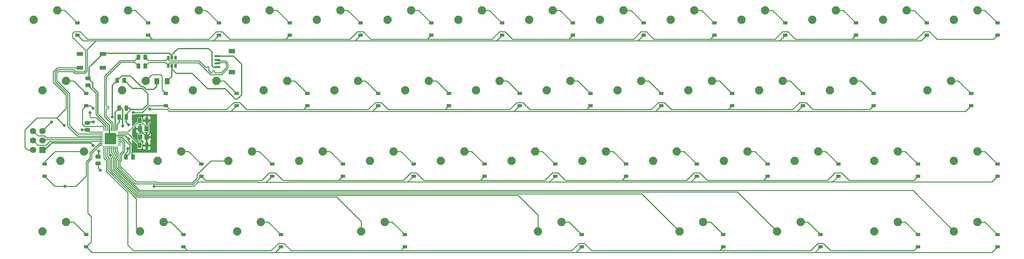
<source format=gbl>
G04 #@! TF.GenerationSoftware,KiCad,Pcbnew,5.1.10*
G04 #@! TF.CreationDate,2021-06-18T17:33:08+09:00*
G04 #@! TF.ProjectId,bakeneko40,62616b65-6e65-46b6-9f34-302e6b696361,rev?*
G04 #@! TF.SameCoordinates,Original*
G04 #@! TF.FileFunction,Copper,L2,Bot*
G04 #@! TF.FilePolarity,Positive*
%FSLAX46Y46*%
G04 Gerber Fmt 4.6, Leading zero omitted, Abs format (unit mm)*
G04 Created by KiCad (PCBNEW 5.1.10) date 2021-06-18 17:33:08*
%MOMM*%
%LPD*%
G01*
G04 APERTURE LIST*
G04 #@! TA.AperFunction,ComponentPad*
%ADD10C,2.250000*%
G04 #@! TD*
G04 #@! TA.AperFunction,SMDPad,CuDef*
%ADD11R,0.650000X1.060000*%
G04 #@! TD*
G04 #@! TA.AperFunction,SMDPad,CuDef*
%ADD12R,3.100000X3.100000*%
G04 #@! TD*
G04 #@! TA.AperFunction,SMDPad,CuDef*
%ADD13R,1.550000X0.600000*%
G04 #@! TD*
G04 #@! TA.AperFunction,SMDPad,CuDef*
%ADD14R,1.800000X1.200000*%
G04 #@! TD*
G04 #@! TA.AperFunction,SMDPad,CuDef*
%ADD15R,1.200000X1.400000*%
G04 #@! TD*
G04 #@! TA.AperFunction,SMDPad,CuDef*
%ADD16R,1.800000X1.100000*%
G04 #@! TD*
G04 #@! TA.AperFunction,ComponentPad*
%ADD17R,1.700000X1.700000*%
G04 #@! TD*
G04 #@! TA.AperFunction,ComponentPad*
%ADD18C,1.700000*%
G04 #@! TD*
G04 #@! TA.AperFunction,SMDPad,CuDef*
%ADD19R,1.200000X0.900000*%
G04 #@! TD*
G04 #@! TA.AperFunction,ViaPad*
%ADD20C,0.800000*%
G04 #@! TD*
G04 #@! TA.AperFunction,Conductor*
%ADD21C,0.299720*%
G04 #@! TD*
G04 #@! TA.AperFunction,Conductor*
%ADD22C,0.254000*%
G04 #@! TD*
G04 #@! TA.AperFunction,Conductor*
%ADD23C,0.025400*%
G04 #@! TD*
G04 #@! TA.AperFunction,Conductor*
%ADD24C,0.100000*%
G04 #@! TD*
G04 APERTURE END LIST*
G04 #@! TO.P,C5,1*
G04 #@! TO.N,+5V*
G04 #@! TA.AperFunction,SMDPad,CuDef*
G36*
G01*
X43550000Y-71475000D02*
X43550000Y-70525000D01*
G75*
G02*
X43800000Y-70275000I250000J0D01*
G01*
X44300000Y-70275000D01*
G75*
G02*
X44550000Y-70525000I0J-250000D01*
G01*
X44550000Y-71475000D01*
G75*
G02*
X44300000Y-71725000I-250000J0D01*
G01*
X43800000Y-71725000D01*
G75*
G02*
X43550000Y-71475000I0J250000D01*
G01*
G37*
G04 #@! TD.AperFunction*
G04 #@! TO.P,C5,2*
G04 #@! TO.N,GND*
G04 #@! TA.AperFunction,SMDPad,CuDef*
G36*
G01*
X45450000Y-71475000D02*
X45450000Y-70525000D01*
G75*
G02*
X45700000Y-70275000I250000J0D01*
G01*
X46200000Y-70275000D01*
G75*
G02*
X46450000Y-70525000I0J-250000D01*
G01*
X46450000Y-71475000D01*
G75*
G02*
X46200000Y-71725000I-250000J0D01*
G01*
X45700000Y-71725000D01*
G75*
G02*
X45450000Y-71475000I0J250000D01*
G01*
G37*
G04 #@! TD.AperFunction*
G04 #@! TD*
D10*
G04 #@! TO.P,MX29,2*
G04 #@! TO.N,Net-(D29-Pad2)*
X61277500Y-90170000D03*
G04 #@! TO.P,MX29,1*
G04 #@! TO.N,COL1*
X54927500Y-92710000D03*
G04 #@! TD*
G04 #@! TO.P,MX3,2*
G04 #@! TO.N,Net-(D3-Pad2)*
X66040000Y-52070000D03*
G04 #@! TO.P,MX3,1*
G04 #@! TO.N,COL2*
X59690000Y-54610000D03*
G04 #@! TD*
D11*
G04 #@! TO.P,U2,5*
G04 #@! TO.N,VBUS*
X58774999Y-67109811D03*
G04 #@! TO.P,U2,6*
G04 #@! TO.N,D-*
X57824999Y-67109811D03*
G04 #@! TO.P,U2,4*
G04 #@! TO.N,Net-(U2-Pad4)*
X59724999Y-67109811D03*
G04 #@! TO.P,U2,3*
G04 #@! TO.N,Net-(U2-Pad3)*
X59724999Y-64909811D03*
G04 #@! TO.P,U2,2*
G04 #@! TO.N,GND*
X58774999Y-64909811D03*
G04 #@! TO.P,U2,1*
G04 #@! TO.N,D+*
X57824999Y-64909811D03*
G04 #@! TD*
G04 #@! TO.P,U1,1*
G04 #@! TO.N,Net-(C6-Pad1)*
G04 #@! TA.AperFunction,SMDPad,CuDef*
G36*
G01*
X45095000Y-84912500D02*
X45095000Y-85037500D01*
G75*
G02*
X45032500Y-85100000I-62500J0D01*
G01*
X44282500Y-85100000D01*
G75*
G02*
X44220000Y-85037500I0J62500D01*
G01*
X44220000Y-84912500D01*
G75*
G02*
X44282500Y-84850000I62500J0D01*
G01*
X45032500Y-84850000D01*
G75*
G02*
X45095000Y-84912500I0J-62500D01*
G01*
G37*
G04 #@! TD.AperFunction*
G04 #@! TO.P,U1,2*
G04 #@! TO.N,Net-(C7-Pad1)*
G04 #@! TA.AperFunction,SMDPad,CuDef*
G36*
G01*
X45095000Y-85412500D02*
X45095000Y-85537500D01*
G75*
G02*
X45032500Y-85600000I-62500J0D01*
G01*
X44282500Y-85600000D01*
G75*
G02*
X44220000Y-85537500I0J62500D01*
G01*
X44220000Y-85412500D01*
G75*
G02*
X44282500Y-85350000I62500J0D01*
G01*
X45032500Y-85350000D01*
G75*
G02*
X45095000Y-85412500I0J-62500D01*
G01*
G37*
G04 #@! TD.AperFunction*
G04 #@! TO.P,U1,3*
G04 #@! TO.N,GND*
G04 #@! TA.AperFunction,SMDPad,CuDef*
G36*
G01*
X45095000Y-85912500D02*
X45095000Y-86037500D01*
G75*
G02*
X45032500Y-86100000I-62500J0D01*
G01*
X44282500Y-86100000D01*
G75*
G02*
X44220000Y-86037500I0J62500D01*
G01*
X44220000Y-85912500D01*
G75*
G02*
X44282500Y-85850000I62500J0D01*
G01*
X45032500Y-85850000D01*
G75*
G02*
X45095000Y-85912500I0J-62500D01*
G01*
G37*
G04 #@! TD.AperFunction*
G04 #@! TO.P,U1,4*
G04 #@! TO.N,+5V*
G04 #@! TA.AperFunction,SMDPad,CuDef*
G36*
G01*
X45095000Y-86412500D02*
X45095000Y-86537500D01*
G75*
G02*
X45032500Y-86600000I-62500J0D01*
G01*
X44282500Y-86600000D01*
G75*
G02*
X44220000Y-86537500I0J62500D01*
G01*
X44220000Y-86412500D01*
G75*
G02*
X44282500Y-86350000I62500J0D01*
G01*
X45032500Y-86350000D01*
G75*
G02*
X45095000Y-86412500I0J-62500D01*
G01*
G37*
G04 #@! TD.AperFunction*
G04 #@! TO.P,U1,5*
G04 #@! TO.N,COL2*
G04 #@! TA.AperFunction,SMDPad,CuDef*
G36*
G01*
X45095000Y-86912500D02*
X45095000Y-87037500D01*
G75*
G02*
X45032500Y-87100000I-62500J0D01*
G01*
X44282500Y-87100000D01*
G75*
G02*
X44220000Y-87037500I0J62500D01*
G01*
X44220000Y-86912500D01*
G75*
G02*
X44282500Y-86850000I62500J0D01*
G01*
X45032500Y-86850000D01*
G75*
G02*
X45095000Y-86912500I0J-62500D01*
G01*
G37*
G04 #@! TD.AperFunction*
G04 #@! TO.P,U1,6*
G04 #@! TO.N,ROW6*
G04 #@! TA.AperFunction,SMDPad,CuDef*
G36*
G01*
X45095000Y-87412500D02*
X45095000Y-87537500D01*
G75*
G02*
X45032500Y-87600000I-62500J0D01*
G01*
X44282500Y-87600000D01*
G75*
G02*
X44220000Y-87537500I0J62500D01*
G01*
X44220000Y-87412500D01*
G75*
G02*
X44282500Y-87350000I62500J0D01*
G01*
X45032500Y-87350000D01*
G75*
G02*
X45095000Y-87412500I0J-62500D01*
G01*
G37*
G04 #@! TD.AperFunction*
G04 #@! TO.P,U1,7*
G04 #@! TO.N,Net-(U1-Pad7)*
G04 #@! TA.AperFunction,SMDPad,CuDef*
G36*
G01*
X45095000Y-87912500D02*
X45095000Y-88037500D01*
G75*
G02*
X45032500Y-88100000I-62500J0D01*
G01*
X44282500Y-88100000D01*
G75*
G02*
X44220000Y-88037500I0J62500D01*
G01*
X44220000Y-87912500D01*
G75*
G02*
X44282500Y-87850000I62500J0D01*
G01*
X45032500Y-87850000D01*
G75*
G02*
X45095000Y-87912500I0J-62500D01*
G01*
G37*
G04 #@! TD.AperFunction*
G04 #@! TO.P,U1,8*
G04 #@! TO.N,Net-(U1-Pad8)*
G04 #@! TA.AperFunction,SMDPad,CuDef*
G36*
G01*
X45095000Y-88412500D02*
X45095000Y-88537500D01*
G75*
G02*
X45032500Y-88600000I-62500J0D01*
G01*
X44282500Y-88600000D01*
G75*
G02*
X44220000Y-88537500I0J62500D01*
G01*
X44220000Y-88412500D01*
G75*
G02*
X44282500Y-88350000I62500J0D01*
G01*
X45032500Y-88350000D01*
G75*
G02*
X45095000Y-88412500I0J-62500D01*
G01*
G37*
G04 #@! TD.AperFunction*
G04 #@! TO.P,U1,9*
G04 #@! TO.N,COL7*
G04 #@! TA.AperFunction,SMDPad,CuDef*
G36*
G01*
X44095000Y-88787500D02*
X44095000Y-89537500D01*
G75*
G02*
X44032500Y-89600000I-62500J0D01*
G01*
X43907500Y-89600000D01*
G75*
G02*
X43845000Y-89537500I0J62500D01*
G01*
X43845000Y-88787500D01*
G75*
G02*
X43907500Y-88725000I62500J0D01*
G01*
X44032500Y-88725000D01*
G75*
G02*
X44095000Y-88787500I0J-62500D01*
G01*
G37*
G04 #@! TD.AperFunction*
G04 #@! TO.P,U1,10*
G04 #@! TO.N,COL6*
G04 #@! TA.AperFunction,SMDPad,CuDef*
G36*
G01*
X43595000Y-88787500D02*
X43595000Y-89537500D01*
G75*
G02*
X43532500Y-89600000I-62500J0D01*
G01*
X43407500Y-89600000D01*
G75*
G02*
X43345000Y-89537500I0J62500D01*
G01*
X43345000Y-88787500D01*
G75*
G02*
X43407500Y-88725000I62500J0D01*
G01*
X43532500Y-88725000D01*
G75*
G02*
X43595000Y-88787500I0J-62500D01*
G01*
G37*
G04 #@! TD.AperFunction*
G04 #@! TO.P,U1,11*
G04 #@! TO.N,COL5*
G04 #@! TA.AperFunction,SMDPad,CuDef*
G36*
G01*
X43095000Y-88787500D02*
X43095000Y-89537500D01*
G75*
G02*
X43032500Y-89600000I-62500J0D01*
G01*
X42907500Y-89600000D01*
G75*
G02*
X42845000Y-89537500I0J62500D01*
G01*
X42845000Y-88787500D01*
G75*
G02*
X42907500Y-88725000I62500J0D01*
G01*
X43032500Y-88725000D01*
G75*
G02*
X43095000Y-88787500I0J-62500D01*
G01*
G37*
G04 #@! TD.AperFunction*
G04 #@! TO.P,U1,12*
G04 #@! TO.N,COL4*
G04 #@! TA.AperFunction,SMDPad,CuDef*
G36*
G01*
X42595000Y-88787500D02*
X42595000Y-89537500D01*
G75*
G02*
X42532500Y-89600000I-62500J0D01*
G01*
X42407500Y-89600000D01*
G75*
G02*
X42345000Y-89537500I0J62500D01*
G01*
X42345000Y-88787500D01*
G75*
G02*
X42407500Y-88725000I62500J0D01*
G01*
X42532500Y-88725000D01*
G75*
G02*
X42595000Y-88787500I0J-62500D01*
G01*
G37*
G04 #@! TD.AperFunction*
G04 #@! TO.P,U1,13*
G04 #@! TO.N,Net-(R1-Pad2)*
G04 #@! TA.AperFunction,SMDPad,CuDef*
G36*
G01*
X42095000Y-88787500D02*
X42095000Y-89537500D01*
G75*
G02*
X42032500Y-89600000I-62500J0D01*
G01*
X41907500Y-89600000D01*
G75*
G02*
X41845000Y-89537500I0J62500D01*
G01*
X41845000Y-88787500D01*
G75*
G02*
X41907500Y-88725000I62500J0D01*
G01*
X42032500Y-88725000D01*
G75*
G02*
X42095000Y-88787500I0J-62500D01*
G01*
G37*
G04 #@! TD.AperFunction*
G04 #@! TO.P,U1,14*
G04 #@! TO.N,COL3*
G04 #@! TA.AperFunction,SMDPad,CuDef*
G36*
G01*
X41595000Y-88787500D02*
X41595000Y-89537500D01*
G75*
G02*
X41532500Y-89600000I-62500J0D01*
G01*
X41407500Y-89600000D01*
G75*
G02*
X41345000Y-89537500I0J62500D01*
G01*
X41345000Y-88787500D01*
G75*
G02*
X41407500Y-88725000I62500J0D01*
G01*
X41532500Y-88725000D01*
G75*
G02*
X41595000Y-88787500I0J-62500D01*
G01*
G37*
G04 #@! TD.AperFunction*
G04 #@! TO.P,U1,15*
G04 #@! TO.N,COL1*
G04 #@! TA.AperFunction,SMDPad,CuDef*
G36*
G01*
X41095000Y-88787500D02*
X41095000Y-89537500D01*
G75*
G02*
X41032500Y-89600000I-62500J0D01*
G01*
X40907500Y-89600000D01*
G75*
G02*
X40845000Y-89537500I0J62500D01*
G01*
X40845000Y-88787500D01*
G75*
G02*
X40907500Y-88725000I62500J0D01*
G01*
X41032500Y-88725000D01*
G75*
G02*
X41095000Y-88787500I0J-62500D01*
G01*
G37*
G04 #@! TD.AperFunction*
G04 #@! TO.P,U1,16*
G04 #@! TO.N,ROW8*
G04 #@! TA.AperFunction,SMDPad,CuDef*
G36*
G01*
X40595000Y-88787500D02*
X40595000Y-89537500D01*
G75*
G02*
X40532500Y-89600000I-62500J0D01*
G01*
X40407500Y-89600000D01*
G75*
G02*
X40345000Y-89537500I0J62500D01*
G01*
X40345000Y-88787500D01*
G75*
G02*
X40407500Y-88725000I62500J0D01*
G01*
X40532500Y-88725000D01*
G75*
G02*
X40595000Y-88787500I0J-62500D01*
G01*
G37*
G04 #@! TD.AperFunction*
G04 #@! TO.P,U1,17*
G04 #@! TO.N,ROW7*
G04 #@! TA.AperFunction,SMDPad,CuDef*
G36*
G01*
X40220000Y-88412500D02*
X40220000Y-88537500D01*
G75*
G02*
X40157500Y-88600000I-62500J0D01*
G01*
X39407500Y-88600000D01*
G75*
G02*
X39345000Y-88537500I0J62500D01*
G01*
X39345000Y-88412500D01*
G75*
G02*
X39407500Y-88350000I62500J0D01*
G01*
X40157500Y-88350000D01*
G75*
G02*
X40220000Y-88412500I0J-62500D01*
G01*
G37*
G04 #@! TD.AperFunction*
G04 #@! TO.P,U1,18*
G04 #@! TO.N,ROW5*
G04 #@! TA.AperFunction,SMDPad,CuDef*
G36*
G01*
X40220000Y-87912500D02*
X40220000Y-88037500D01*
G75*
G02*
X40157500Y-88100000I-62500J0D01*
G01*
X39407500Y-88100000D01*
G75*
G02*
X39345000Y-88037500I0J62500D01*
G01*
X39345000Y-87912500D01*
G75*
G02*
X39407500Y-87850000I62500J0D01*
G01*
X40157500Y-87850000D01*
G75*
G02*
X40220000Y-87912500I0J-62500D01*
G01*
G37*
G04 #@! TD.AperFunction*
G04 #@! TO.P,U1,19*
G04 #@! TO.N,SCK*
G04 #@! TA.AperFunction,SMDPad,CuDef*
G36*
G01*
X40220000Y-87412500D02*
X40220000Y-87537500D01*
G75*
G02*
X40157500Y-87600000I-62500J0D01*
G01*
X39407500Y-87600000D01*
G75*
G02*
X39345000Y-87537500I0J62500D01*
G01*
X39345000Y-87412500D01*
G75*
G02*
X39407500Y-87350000I62500J0D01*
G01*
X40157500Y-87350000D01*
G75*
G02*
X40220000Y-87412500I0J-62500D01*
G01*
G37*
G04 #@! TD.AperFunction*
G04 #@! TO.P,U1,20*
G04 #@! TO.N,MOSI*
G04 #@! TA.AperFunction,SMDPad,CuDef*
G36*
G01*
X40220000Y-86912500D02*
X40220000Y-87037500D01*
G75*
G02*
X40157500Y-87100000I-62500J0D01*
G01*
X39407500Y-87100000D01*
G75*
G02*
X39345000Y-87037500I0J62500D01*
G01*
X39345000Y-86912500D01*
G75*
G02*
X39407500Y-86850000I62500J0D01*
G01*
X40157500Y-86850000D01*
G75*
G02*
X40220000Y-86912500I0J-62500D01*
G01*
G37*
G04 #@! TD.AperFunction*
G04 #@! TO.P,U1,21*
G04 #@! TO.N,MISO*
G04 #@! TA.AperFunction,SMDPad,CuDef*
G36*
G01*
X40220000Y-86412500D02*
X40220000Y-86537500D01*
G75*
G02*
X40157500Y-86600000I-62500J0D01*
G01*
X39407500Y-86600000D01*
G75*
G02*
X39345000Y-86537500I0J62500D01*
G01*
X39345000Y-86412500D01*
G75*
G02*
X39407500Y-86350000I62500J0D01*
G01*
X40157500Y-86350000D01*
G75*
G02*
X40220000Y-86412500I0J-62500D01*
G01*
G37*
G04 #@! TD.AperFunction*
G04 #@! TO.P,U1,22*
G04 #@! TO.N,ROW2*
G04 #@! TA.AperFunction,SMDPad,CuDef*
G36*
G01*
X40220000Y-85912500D02*
X40220000Y-86037500D01*
G75*
G02*
X40157500Y-86100000I-62500J0D01*
G01*
X39407500Y-86100000D01*
G75*
G02*
X39345000Y-86037500I0J62500D01*
G01*
X39345000Y-85912500D01*
G75*
G02*
X39407500Y-85850000I62500J0D01*
G01*
X40157500Y-85850000D01*
G75*
G02*
X40220000Y-85912500I0J-62500D01*
G01*
G37*
G04 #@! TD.AperFunction*
G04 #@! TO.P,U1,23*
G04 #@! TO.N,ROW1*
G04 #@! TA.AperFunction,SMDPad,CuDef*
G36*
G01*
X40220000Y-85412500D02*
X40220000Y-85537500D01*
G75*
G02*
X40157500Y-85600000I-62500J0D01*
G01*
X39407500Y-85600000D01*
G75*
G02*
X39345000Y-85537500I0J62500D01*
G01*
X39345000Y-85412500D01*
G75*
G02*
X39407500Y-85350000I62500J0D01*
G01*
X40157500Y-85350000D01*
G75*
G02*
X40220000Y-85412500I0J-62500D01*
G01*
G37*
G04 #@! TD.AperFunction*
G04 #@! TO.P,U1,24*
G04 #@! TO.N,Net-(J2-Pad5)*
G04 #@! TA.AperFunction,SMDPad,CuDef*
G36*
G01*
X40220000Y-84912500D02*
X40220000Y-85037500D01*
G75*
G02*
X40157500Y-85100000I-62500J0D01*
G01*
X39407500Y-85100000D01*
G75*
G02*
X39345000Y-85037500I0J62500D01*
G01*
X39345000Y-84912500D01*
G75*
G02*
X39407500Y-84850000I62500J0D01*
G01*
X40157500Y-84850000D01*
G75*
G02*
X40220000Y-84912500I0J-62500D01*
G01*
G37*
G04 #@! TD.AperFunction*
G04 #@! TO.P,U1,25*
G04 #@! TO.N,ROW3*
G04 #@! TA.AperFunction,SMDPad,CuDef*
G36*
G01*
X40595000Y-83912500D02*
X40595000Y-84662500D01*
G75*
G02*
X40532500Y-84725000I-62500J0D01*
G01*
X40407500Y-84725000D01*
G75*
G02*
X40345000Y-84662500I0J62500D01*
G01*
X40345000Y-83912500D01*
G75*
G02*
X40407500Y-83850000I62500J0D01*
G01*
X40532500Y-83850000D01*
G75*
G02*
X40595000Y-83912500I0J-62500D01*
G01*
G37*
G04 #@! TD.AperFunction*
G04 #@! TO.P,U1,26*
G04 #@! TO.N,ROW4*
G04 #@! TA.AperFunction,SMDPad,CuDef*
G36*
G01*
X41095000Y-83912500D02*
X41095000Y-84662500D01*
G75*
G02*
X41032500Y-84725000I-62500J0D01*
G01*
X40907500Y-84725000D01*
G75*
G02*
X40845000Y-84662500I0J62500D01*
G01*
X40845000Y-83912500D01*
G75*
G02*
X40907500Y-83850000I62500J0D01*
G01*
X41032500Y-83850000D01*
G75*
G02*
X41095000Y-83912500I0J-62500D01*
G01*
G37*
G04 #@! TD.AperFunction*
G04 #@! TO.P,U1,27*
G04 #@! TO.N,Net-(C1-Pad1)*
G04 #@! TA.AperFunction,SMDPad,CuDef*
G36*
G01*
X41595000Y-83912500D02*
X41595000Y-84662500D01*
G75*
G02*
X41532500Y-84725000I-62500J0D01*
G01*
X41407500Y-84725000D01*
G75*
G02*
X41345000Y-84662500I0J62500D01*
G01*
X41345000Y-83912500D01*
G75*
G02*
X41407500Y-83850000I62500J0D01*
G01*
X41532500Y-83850000D01*
G75*
G02*
X41595000Y-83912500I0J-62500D01*
G01*
G37*
G04 #@! TD.AperFunction*
G04 #@! TO.P,U1,28*
G04 #@! TO.N,GND*
G04 #@! TA.AperFunction,SMDPad,CuDef*
G36*
G01*
X42095000Y-83912500D02*
X42095000Y-84662500D01*
G75*
G02*
X42032500Y-84725000I-62500J0D01*
G01*
X41907500Y-84725000D01*
G75*
G02*
X41845000Y-84662500I0J62500D01*
G01*
X41845000Y-83912500D01*
G75*
G02*
X41907500Y-83850000I62500J0D01*
G01*
X42032500Y-83850000D01*
G75*
G02*
X42095000Y-83912500I0J-62500D01*
G01*
G37*
G04 #@! TD.AperFunction*
G04 #@! TO.P,U1,29*
G04 #@! TO.N,Net-(R2-Pad1)*
G04 #@! TA.AperFunction,SMDPad,CuDef*
G36*
G01*
X42595000Y-83912500D02*
X42595000Y-84662500D01*
G75*
G02*
X42532500Y-84725000I-62500J0D01*
G01*
X42407500Y-84725000D01*
G75*
G02*
X42345000Y-84662500I0J62500D01*
G01*
X42345000Y-83912500D01*
G75*
G02*
X42407500Y-83850000I62500J0D01*
G01*
X42532500Y-83850000D01*
G75*
G02*
X42595000Y-83912500I0J-62500D01*
G01*
G37*
G04 #@! TD.AperFunction*
G04 #@! TO.P,U1,30*
G04 #@! TO.N,Net-(R3-Pad1)*
G04 #@! TA.AperFunction,SMDPad,CuDef*
G36*
G01*
X43095000Y-83912500D02*
X43095000Y-84662500D01*
G75*
G02*
X43032500Y-84725000I-62500J0D01*
G01*
X42907500Y-84725000D01*
G75*
G02*
X42845000Y-84662500I0J62500D01*
G01*
X42845000Y-83912500D01*
G75*
G02*
X42907500Y-83850000I62500J0D01*
G01*
X43032500Y-83850000D01*
G75*
G02*
X43095000Y-83912500I0J-62500D01*
G01*
G37*
G04 #@! TD.AperFunction*
G04 #@! TO.P,U1,31*
G04 #@! TO.N,+5V*
G04 #@! TA.AperFunction,SMDPad,CuDef*
G36*
G01*
X43595000Y-83912500D02*
X43595000Y-84662500D01*
G75*
G02*
X43532500Y-84725000I-62500J0D01*
G01*
X43407500Y-84725000D01*
G75*
G02*
X43345000Y-84662500I0J62500D01*
G01*
X43345000Y-83912500D01*
G75*
G02*
X43407500Y-83850000I62500J0D01*
G01*
X43532500Y-83850000D01*
G75*
G02*
X43595000Y-83912500I0J-62500D01*
G01*
G37*
G04 #@! TD.AperFunction*
G04 #@! TO.P,U1,32*
G04 #@! TA.AperFunction,SMDPad,CuDef*
G36*
G01*
X44095000Y-83912500D02*
X44095000Y-84662500D01*
G75*
G02*
X44032500Y-84725000I-62500J0D01*
G01*
X43907500Y-84725000D01*
G75*
G02*
X43845000Y-84662500I0J62500D01*
G01*
X43845000Y-83912500D01*
G75*
G02*
X43907500Y-83850000I62500J0D01*
G01*
X44032500Y-83850000D01*
G75*
G02*
X44095000Y-83912500I0J-62500D01*
G01*
G37*
G04 #@! TD.AperFunction*
D12*
G04 #@! TO.P,U1,33*
G04 #@! TO.N,GND*
X42220000Y-86725000D03*
G04 #@! TD*
G04 #@! TO.P,R4,2*
G04 #@! TO.N,Net-(J2-Pad5)*
G04 #@! TA.AperFunction,SMDPad,CuDef*
G36*
G01*
X35549998Y-83850000D02*
X36450002Y-83850000D01*
G75*
G02*
X36700000Y-84099998I0J-249998D01*
G01*
X36700000Y-84625002D01*
G75*
G02*
X36450002Y-84875000I-249998J0D01*
G01*
X35549998Y-84875000D01*
G75*
G02*
X35300000Y-84625002I0J249998D01*
G01*
X35300000Y-84099998D01*
G75*
G02*
X35549998Y-83850000I249998J0D01*
G01*
G37*
G04 #@! TD.AperFunction*
G04 #@! TO.P,R4,1*
G04 #@! TO.N,+5V*
G04 #@! TA.AperFunction,SMDPad,CuDef*
G36*
G01*
X35549998Y-82025000D02*
X36450002Y-82025000D01*
G75*
G02*
X36700000Y-82274998I0J-249998D01*
G01*
X36700000Y-82800002D01*
G75*
G02*
X36450002Y-83050000I-249998J0D01*
G01*
X35549998Y-83050000D01*
G75*
G02*
X35300000Y-82800002I0J249998D01*
G01*
X35300000Y-82274998D01*
G75*
G02*
X35549998Y-82025000I249998J0D01*
G01*
G37*
G04 #@! TD.AperFunction*
G04 #@! TD*
D10*
G04 #@! TO.P,MX45,2*
G04 #@! TO.N,Net-(D45-Pad2)*
X163671250Y-109220000D03*
G04 #@! TO.P,MX45,1*
G04 #@! TO.N,COL4*
X157321250Y-111760000D03*
G04 #@! TD*
D13*
G04 #@! TO.P,J1,3*
G04 #@! TO.N,D+*
X71025000Y-66450000D03*
G04 #@! TO.P,J1,4*
G04 #@! TO.N,GND*
X71025000Y-67450000D03*
G04 #@! TO.P,J1,2*
G04 #@! TO.N,D-*
X71025000Y-65450000D03*
G04 #@! TO.P,J1,1*
G04 #@! TO.N,VBUS*
X71025000Y-64450000D03*
D14*
G04 #@! TO.P,J1,*
G04 #@! TO.N,*
X74900000Y-63150000D03*
X74900000Y-68750000D03*
G04 #@! TD*
D10*
G04 #@! TO.P,MX35,2*
G04 #@! TO.N,Net-(D35-Pad2)*
X175577500Y-90170000D03*
G04 #@! TO.P,MX35,1*
G04 #@! TO.N,COL4*
X169227500Y-92710000D03*
G04 #@! TD*
G04 #@! TO.P,MX44,2*
G04 #@! TO.N,Net-(D44-Pad2)*
X116046250Y-109220000D03*
G04 #@! TO.P,MX44,1*
G04 #@! TO.N,COL3*
X109696250Y-111760000D03*
G04 #@! TD*
G04 #@! TO.P,MX32,2*
G04 #@! TO.N,Net-(D32-Pad2)*
X118427500Y-90170000D03*
G04 #@! TO.P,MX32,1*
G04 #@! TO.N,COL3*
X112077500Y-92710000D03*
G04 #@! TD*
G04 #@! TO.P,MX41,2*
G04 #@! TO.N,Net-(D41-Pad2)*
X30321250Y-109220000D03*
G04 #@! TO.P,MX41,1*
G04 #@! TO.N,COL1*
X23971250Y-111760000D03*
G04 #@! TD*
G04 #@! TO.P,MX49,2*
G04 #@! TO.N,Net-(D49-Pad2)*
X275590000Y-109220000D03*
G04 #@! TO.P,MX49,1*
G04 #@! TO.N,COL7*
X269240000Y-111760000D03*
G04 #@! TD*
G04 #@! TO.P,MX21,2*
G04 #@! TO.N,Net-(D21-Pad2)*
X147002500Y-71120000D03*
G04 #@! TO.P,MX21,1*
G04 #@! TO.N,COL4*
X140652500Y-73660000D03*
G04 #@! TD*
G04 #@! TO.P,MX14,2*
G04 #@! TO.N,Net-(D14-Pad2)*
X275590000Y-52070000D03*
G04 #@! TO.P,MX14,1*
G04 #@! TO.N,COL7*
X269240000Y-54610000D03*
G04 #@! TD*
G04 #@! TO.P,MX30,2*
G04 #@! TO.N,Net-(D30-Pad2)*
X80327500Y-90170000D03*
G04 #@! TO.P,MX30,1*
G04 #@! TO.N,COL2*
X73977500Y-92710000D03*
G04 #@! TD*
G04 #@! TO.P,MX42,2*
G04 #@! TO.N,Net-(D42-Pad2)*
X56515000Y-109220000D03*
G04 #@! TO.P,MX42,1*
G04 #@! TO.N,COL1*
X50165000Y-111760000D03*
G04 #@! TD*
D15*
G04 #@! TO.P,Y1,1*
G04 #@! TO.N,Net-(C6-Pad1)*
X51925000Y-84075000D03*
G04 #@! TO.P,Y1,2*
G04 #@! TO.N,GND*
X51925000Y-86275000D03*
G04 #@! TO.P,Y1,3*
G04 #@! TO.N,Net-(C7-Pad1)*
X50225000Y-86275000D03*
G04 #@! TO.P,Y1,4*
G04 #@! TO.N,GND*
X50225000Y-84075000D03*
G04 #@! TD*
D16*
G04 #@! TO.P,SW1,4*
G04 #@! TO.N,N/C*
X33975000Y-63875000D03*
G04 #@! TO.P,SW1,3*
X40175000Y-67575000D03*
G04 #@! TO.P,SW1,2*
G04 #@! TO.N,Net-(J2-Pad5)*
X33975000Y-67575000D03*
G04 #@! TO.P,SW1,1*
G04 #@! TO.N,GND*
X40175000Y-63875000D03*
G04 #@! TD*
G04 #@! TO.P,R3,2*
G04 #@! TO.N,D-*
G04 #@! TA.AperFunction,SMDPad,CuDef*
G36*
G01*
X51081250Y-67593752D02*
X51081250Y-66693748D01*
G75*
G02*
X51331248Y-66443750I249998J0D01*
G01*
X51856252Y-66443750D01*
G75*
G02*
X52106250Y-66693748I0J-249998D01*
G01*
X52106250Y-67593752D01*
G75*
G02*
X51856252Y-67843750I-249998J0D01*
G01*
X51331248Y-67843750D01*
G75*
G02*
X51081250Y-67593752I0J249998D01*
G01*
G37*
G04 #@! TD.AperFunction*
G04 #@! TO.P,R3,1*
G04 #@! TO.N,Net-(R3-Pad1)*
G04 #@! TA.AperFunction,SMDPad,CuDef*
G36*
G01*
X49256250Y-67593752D02*
X49256250Y-66693748D01*
G75*
G02*
X49506248Y-66443750I249998J0D01*
G01*
X50031252Y-66443750D01*
G75*
G02*
X50281250Y-66693748I0J-249998D01*
G01*
X50281250Y-67593752D01*
G75*
G02*
X50031252Y-67843750I-249998J0D01*
G01*
X49506248Y-67843750D01*
G75*
G02*
X49256250Y-67593752I0J249998D01*
G01*
G37*
G04 #@! TD.AperFunction*
G04 #@! TD*
G04 #@! TO.P,R2,2*
G04 #@! TO.N,D+*
G04 #@! TA.AperFunction,SMDPad,CuDef*
G36*
G01*
X51081250Y-65212502D02*
X51081250Y-64312498D01*
G75*
G02*
X51331248Y-64062500I249998J0D01*
G01*
X51856252Y-64062500D01*
G75*
G02*
X52106250Y-64312498I0J-249998D01*
G01*
X52106250Y-65212502D01*
G75*
G02*
X51856252Y-65462500I-249998J0D01*
G01*
X51331248Y-65462500D01*
G75*
G02*
X51081250Y-65212502I0J249998D01*
G01*
G37*
G04 #@! TD.AperFunction*
G04 #@! TO.P,R2,1*
G04 #@! TO.N,Net-(R2-Pad1)*
G04 #@! TA.AperFunction,SMDPad,CuDef*
G36*
G01*
X49256250Y-65212502D02*
X49256250Y-64312498D01*
G75*
G02*
X49506248Y-64062500I249998J0D01*
G01*
X50031252Y-64062500D01*
G75*
G02*
X50281250Y-64312498I0J-249998D01*
G01*
X50281250Y-65212502D01*
G75*
G02*
X50031252Y-65462500I-249998J0D01*
G01*
X49506248Y-65462500D01*
G75*
G02*
X49256250Y-65212502I0J249998D01*
G01*
G37*
G04 #@! TD.AperFunction*
G04 #@! TD*
G04 #@! TO.P,R1,2*
G04 #@! TO.N,Net-(R1-Pad2)*
G04 #@! TA.AperFunction,SMDPad,CuDef*
G36*
G01*
X38449998Y-92912500D02*
X39350002Y-92912500D01*
G75*
G02*
X39600000Y-93162498I0J-249998D01*
G01*
X39600000Y-93687502D01*
G75*
G02*
X39350002Y-93937500I-249998J0D01*
G01*
X38449998Y-93937500D01*
G75*
G02*
X38200000Y-93687502I0J249998D01*
G01*
X38200000Y-93162498D01*
G75*
G02*
X38449998Y-92912500I249998J0D01*
G01*
G37*
G04 #@! TD.AperFunction*
G04 #@! TO.P,R1,1*
G04 #@! TO.N,GND*
G04 #@! TA.AperFunction,SMDPad,CuDef*
G36*
G01*
X38449998Y-91087500D02*
X39350002Y-91087500D01*
G75*
G02*
X39600000Y-91337498I0J-249998D01*
G01*
X39600000Y-91862502D01*
G75*
G02*
X39350002Y-92112500I-249998J0D01*
G01*
X38449998Y-92112500D01*
G75*
G02*
X38200000Y-91862502I0J249998D01*
G01*
X38200000Y-91337498D01*
G75*
G02*
X38449998Y-91087500I249998J0D01*
G01*
G37*
G04 #@! TD.AperFunction*
G04 #@! TD*
D10*
G04 #@! TO.P,MX48,2*
G04 #@! TO.N,Net-(D48-Pad2)*
X254158750Y-109220000D03*
G04 #@! TO.P,MX48,1*
G04 #@! TO.N,COL6*
X247808750Y-111760000D03*
G04 #@! TD*
G04 #@! TO.P,MX47,2*
G04 #@! TO.N,Net-(D47-Pad2)*
X227965000Y-109220000D03*
G04 #@! TO.P,MX47,1*
G04 #@! TO.N,COL6*
X221615000Y-111760000D03*
G04 #@! TD*
G04 #@! TO.P,MX46,2*
G04 #@! TO.N,Net-(D46-Pad2)*
X201771250Y-109220000D03*
G04 #@! TO.P,MX46,1*
G04 #@! TO.N,COL5*
X195421250Y-111760000D03*
G04 #@! TD*
G04 #@! TO.P,MX43,2*
G04 #@! TO.N,Net-(D43-Pad2)*
X82708750Y-109220000D03*
G04 #@! TO.P,MX43,1*
G04 #@! TO.N,COL2*
X76358750Y-111760000D03*
G04 #@! TD*
G04 #@! TO.P,MX40,2*
G04 #@! TO.N,Net-(D40-Pad2)*
X275590000Y-90170000D03*
G04 #@! TO.P,MX40,1*
G04 #@! TO.N,COL7*
X269240000Y-92710000D03*
G04 #@! TD*
G04 #@! TO.P,MX39,2*
G04 #@! TO.N,Net-(D39-Pad2)*
X254158750Y-90170000D03*
G04 #@! TO.P,MX39,1*
G04 #@! TO.N,COL6*
X247808750Y-92710000D03*
G04 #@! TD*
G04 #@! TO.P,MX38,2*
G04 #@! TO.N,Net-(D38-Pad2)*
X232727500Y-90170000D03*
G04 #@! TO.P,MX38,1*
G04 #@! TO.N,COL6*
X226377500Y-92710000D03*
G04 #@! TD*
G04 #@! TO.P,MX37,2*
G04 #@! TO.N,Net-(D37-Pad2)*
X213677500Y-90170000D03*
G04 #@! TO.P,MX37,1*
G04 #@! TO.N,COL5*
X207327500Y-92710000D03*
G04 #@! TD*
G04 #@! TO.P,MX36,2*
G04 #@! TO.N,Net-(D36-Pad2)*
X194627500Y-90170000D03*
G04 #@! TO.P,MX36,1*
G04 #@! TO.N,COL5*
X188277500Y-92710000D03*
G04 #@! TD*
G04 #@! TO.P,MX34,2*
G04 #@! TO.N,Net-(D34-Pad2)*
X156527500Y-90170000D03*
G04 #@! TO.P,MX34,1*
G04 #@! TO.N,COL4*
X150177500Y-92710000D03*
G04 #@! TD*
G04 #@! TO.P,MX33,2*
G04 #@! TO.N,Net-(D33-Pad2)*
X137477500Y-90170000D03*
G04 #@! TO.P,MX33,1*
G04 #@! TO.N,COL3*
X131127500Y-92710000D03*
G04 #@! TD*
G04 #@! TO.P,MX31,2*
G04 #@! TO.N,Net-(D31-Pad2)*
X99377500Y-90170000D03*
G04 #@! TO.P,MX31,1*
G04 #@! TO.N,COL2*
X93027500Y-92710000D03*
G04 #@! TD*
G04 #@! TO.P,MX28,2*
G04 #@! TO.N,Net-(D28-Pad2)*
X35083750Y-90170000D03*
G04 #@! TO.P,MX28,1*
G04 #@! TO.N,COL1*
X28733750Y-92710000D03*
G04 #@! TD*
G04 #@! TO.P,MX27,2*
G04 #@! TO.N,Net-(D27-Pad2)*
X268446250Y-71120000D03*
G04 #@! TO.P,MX27,1*
G04 #@! TO.N,COL7*
X262096250Y-73660000D03*
G04 #@! TD*
G04 #@! TO.P,MX26,2*
G04 #@! TO.N,Net-(D26-Pad2)*
X242252500Y-71120000D03*
G04 #@! TO.P,MX26,1*
G04 #@! TO.N,COL6*
X235902500Y-73660000D03*
G04 #@! TD*
G04 #@! TO.P,MX25,2*
G04 #@! TO.N,Net-(D25-Pad2)*
X223202500Y-71120000D03*
G04 #@! TO.P,MX25,1*
G04 #@! TO.N,COL6*
X216852500Y-73660000D03*
G04 #@! TD*
G04 #@! TO.P,MX24,2*
G04 #@! TO.N,Net-(D24-Pad2)*
X204152500Y-71120000D03*
G04 #@! TO.P,MX24,1*
G04 #@! TO.N,COL5*
X197802500Y-73660000D03*
G04 #@! TD*
G04 #@! TO.P,MX23,2*
G04 #@! TO.N,Net-(D23-Pad2)*
X185102500Y-71120000D03*
G04 #@! TO.P,MX23,1*
G04 #@! TO.N,COL5*
X178752500Y-73660000D03*
G04 #@! TD*
G04 #@! TO.P,MX22,2*
G04 #@! TO.N,Net-(D22-Pad2)*
X166052500Y-71120000D03*
G04 #@! TO.P,MX22,1*
G04 #@! TO.N,COL4*
X159702500Y-73660000D03*
G04 #@! TD*
G04 #@! TO.P,MX20,2*
G04 #@! TO.N,Net-(D20-Pad2)*
X127952500Y-71120000D03*
G04 #@! TO.P,MX20,1*
G04 #@! TO.N,COL3*
X121602500Y-73660000D03*
G04 #@! TD*
G04 #@! TO.P,MX19,2*
G04 #@! TO.N,Net-(D19-Pad2)*
X108902500Y-71120000D03*
G04 #@! TO.P,MX19,1*
G04 #@! TO.N,COL3*
X102552500Y-73660000D03*
G04 #@! TD*
G04 #@! TO.P,MX18,2*
G04 #@! TO.N,Net-(D18-Pad2)*
X89852500Y-71120000D03*
G04 #@! TO.P,MX18,1*
G04 #@! TO.N,COL2*
X83502500Y-73660000D03*
G04 #@! TD*
G04 #@! TO.P,MX17,2*
G04 #@! TO.N,Net-(D17-Pad2)*
X70802500Y-71120000D03*
G04 #@! TO.P,MX17,1*
G04 #@! TO.N,COL2*
X64452500Y-73660000D03*
G04 #@! TD*
G04 #@! TO.P,MX16,2*
G04 #@! TO.N,Net-(D16-Pad2)*
X51752500Y-71120000D03*
G04 #@! TO.P,MX16,1*
G04 #@! TO.N,COL1*
X45402500Y-73660000D03*
G04 #@! TD*
G04 #@! TO.P,MX15,2*
G04 #@! TO.N,Net-(D15-Pad2)*
X30321250Y-71120000D03*
G04 #@! TO.P,MX15,1*
G04 #@! TO.N,COL1*
X23971250Y-73660000D03*
G04 #@! TD*
G04 #@! TO.P,MX13,2*
G04 #@! TO.N,Net-(D13-Pad2)*
X256540000Y-52070000D03*
G04 #@! TO.P,MX13,1*
G04 #@! TO.N,COL7*
X250190000Y-54610000D03*
G04 #@! TD*
G04 #@! TO.P,MX12,2*
G04 #@! TO.N,Net-(D12-Pad2)*
X237490000Y-52070000D03*
G04 #@! TO.P,MX12,1*
G04 #@! TO.N,COL6*
X231140000Y-54610000D03*
G04 #@! TD*
G04 #@! TO.P,MX11,2*
G04 #@! TO.N,Net-(D11-Pad2)*
X218440000Y-52070000D03*
G04 #@! TO.P,MX11,1*
G04 #@! TO.N,COL6*
X212090000Y-54610000D03*
G04 #@! TD*
G04 #@! TO.P,MX10,2*
G04 #@! TO.N,Net-(D10-Pad2)*
X199390000Y-52070000D03*
G04 #@! TO.P,MX10,1*
G04 #@! TO.N,COL5*
X193040000Y-54610000D03*
G04 #@! TD*
G04 #@! TO.P,MX9,2*
G04 #@! TO.N,Net-(D9-Pad2)*
X180340000Y-52070000D03*
G04 #@! TO.P,MX9,1*
G04 #@! TO.N,COL5*
X173990000Y-54610000D03*
G04 #@! TD*
G04 #@! TO.P,MX8,2*
G04 #@! TO.N,Net-(D8-Pad2)*
X161290000Y-52070000D03*
G04 #@! TO.P,MX8,1*
G04 #@! TO.N,COL4*
X154940000Y-54610000D03*
G04 #@! TD*
G04 #@! TO.P,MX7,2*
G04 #@! TO.N,Net-(D7-Pad2)*
X142240000Y-52070000D03*
G04 #@! TO.P,MX7,1*
G04 #@! TO.N,COL4*
X135890000Y-54610000D03*
G04 #@! TD*
G04 #@! TO.P,MX6,2*
G04 #@! TO.N,Net-(D6-Pad2)*
X123190000Y-52070000D03*
G04 #@! TO.P,MX6,1*
G04 #@! TO.N,COL3*
X116840000Y-54610000D03*
G04 #@! TD*
G04 #@! TO.P,MX5,2*
G04 #@! TO.N,Net-(D5-Pad2)*
X104140000Y-52070000D03*
G04 #@! TO.P,MX5,1*
G04 #@! TO.N,COL3*
X97790000Y-54610000D03*
G04 #@! TD*
G04 #@! TO.P,MX4,2*
G04 #@! TO.N,Net-(D4-Pad2)*
X85090000Y-52070000D03*
G04 #@! TO.P,MX4,1*
G04 #@! TO.N,COL2*
X78740000Y-54610000D03*
G04 #@! TD*
G04 #@! TO.P,MX2,2*
G04 #@! TO.N,Net-(D2-Pad2)*
X46990000Y-52070000D03*
G04 #@! TO.P,MX2,1*
G04 #@! TO.N,COL1*
X40640000Y-54610000D03*
G04 #@! TD*
G04 #@! TO.P,MX1,2*
G04 #@! TO.N,Net-(D1-Pad2)*
X27940000Y-52070000D03*
G04 #@! TO.P,MX1,1*
G04 #@! TO.N,COL1*
X21590000Y-54610000D03*
G04 #@! TD*
D17*
G04 #@! TO.P,J2,6*
G04 #@! TO.N,GND*
X23975000Y-89750000D03*
D18*
G04 #@! TO.P,J2,5*
G04 #@! TO.N,Net-(J2-Pad5)*
X21435000Y-89750000D03*
G04 #@! TO.P,J2,4*
G04 #@! TO.N,MOSI*
X23975000Y-87210000D03*
G04 #@! TO.P,J2,3*
G04 #@! TO.N,SCK*
X21435000Y-87210000D03*
G04 #@! TO.P,J2,2*
G04 #@! TO.N,+5V*
X23975000Y-84670000D03*
G04 #@! TO.P,J2,1*
G04 #@! TO.N,MISO*
X21435000Y-84670000D03*
G04 #@! TD*
G04 #@! TO.P,F1,2*
G04 #@! TO.N,VBUS*
G04 #@! TA.AperFunction,SMDPad,CuDef*
G36*
G01*
X56875000Y-71875000D02*
X56875000Y-70625000D01*
G75*
G02*
X57125000Y-70375000I250000J0D01*
G01*
X57875000Y-70375000D01*
G75*
G02*
X58125000Y-70625000I0J-250000D01*
G01*
X58125000Y-71875000D01*
G75*
G02*
X57875000Y-72125000I-250000J0D01*
G01*
X57125000Y-72125000D01*
G75*
G02*
X56875000Y-71875000I0J250000D01*
G01*
G37*
G04 #@! TD.AperFunction*
G04 #@! TO.P,F1,1*
G04 #@! TO.N,+5V*
G04 #@! TA.AperFunction,SMDPad,CuDef*
G36*
G01*
X54075000Y-71875000D02*
X54075000Y-70625000D01*
G75*
G02*
X54325000Y-70375000I250000J0D01*
G01*
X55075000Y-70375000D01*
G75*
G02*
X55325000Y-70625000I0J-250000D01*
G01*
X55325000Y-71875000D01*
G75*
G02*
X55075000Y-72125000I-250000J0D01*
G01*
X54325000Y-72125000D01*
G75*
G02*
X54075000Y-71875000I0J250000D01*
G01*
G37*
G04 #@! TD.AperFunction*
G04 #@! TD*
D19*
G04 #@! TO.P,D49,2*
G04 #@! TO.N,Net-(D49-Pad2)*
X280987500Y-112650000D03*
G04 #@! TO.P,D49,1*
G04 #@! TO.N,ROW7*
X280987500Y-115950000D03*
G04 #@! TD*
G04 #@! TO.P,D48,2*
G04 #@! TO.N,Net-(D48-Pad2)*
X259556250Y-112650000D03*
G04 #@! TO.P,D48,1*
G04 #@! TO.N,ROW8*
X259556250Y-115950000D03*
G04 #@! TD*
G04 #@! TO.P,D47,2*
G04 #@! TO.N,Net-(D47-Pad2)*
X233362500Y-112650000D03*
G04 #@! TO.P,D47,1*
G04 #@! TO.N,ROW7*
X233362500Y-115950000D03*
G04 #@! TD*
G04 #@! TO.P,D46,2*
G04 #@! TO.N,Net-(D46-Pad2)*
X207168750Y-112650000D03*
G04 #@! TO.P,D46,1*
G04 #@! TO.N,ROW8*
X207168750Y-115950000D03*
G04 #@! TD*
G04 #@! TO.P,D45,2*
G04 #@! TO.N,Net-(D45-Pad2)*
X169068750Y-112650000D03*
G04 #@! TO.P,D45,1*
G04 #@! TO.N,ROW7*
X169068750Y-115950000D03*
G04 #@! TD*
G04 #@! TO.P,D44,2*
G04 #@! TO.N,Net-(D44-Pad2)*
X121443750Y-112650000D03*
G04 #@! TO.P,D44,1*
G04 #@! TO.N,ROW8*
X121443750Y-115950000D03*
G04 #@! TD*
G04 #@! TO.P,D43,2*
G04 #@! TO.N,Net-(D43-Pad2)*
X88106250Y-112650000D03*
G04 #@! TO.P,D43,1*
G04 #@! TO.N,ROW7*
X88106250Y-115950000D03*
G04 #@! TD*
G04 #@! TO.P,D42,2*
G04 #@! TO.N,Net-(D42-Pad2)*
X61912500Y-112650000D03*
G04 #@! TO.P,D42,1*
G04 #@! TO.N,ROW8*
X61912500Y-115950000D03*
G04 #@! TD*
G04 #@! TO.P,D41,2*
G04 #@! TO.N,Net-(D41-Pad2)*
X35718750Y-112650000D03*
G04 #@! TO.P,D41,1*
G04 #@! TO.N,ROW7*
X35718750Y-115950000D03*
G04 #@! TD*
G04 #@! TO.P,D40,2*
G04 #@! TO.N,Net-(D40-Pad2)*
X280987500Y-93600000D03*
G04 #@! TO.P,D40,1*
G04 #@! TO.N,ROW5*
X280987500Y-96900000D03*
G04 #@! TD*
G04 #@! TO.P,D39,2*
G04 #@! TO.N,Net-(D39-Pad2)*
X259556250Y-93600000D03*
G04 #@! TO.P,D39,1*
G04 #@! TO.N,ROW6*
X259556250Y-96900000D03*
G04 #@! TD*
G04 #@! TO.P,D38,2*
G04 #@! TO.N,Net-(D38-Pad2)*
X238125000Y-93600000D03*
G04 #@! TO.P,D38,1*
G04 #@! TO.N,ROW5*
X238125000Y-96900000D03*
G04 #@! TD*
G04 #@! TO.P,D37,2*
G04 #@! TO.N,Net-(D37-Pad2)*
X219075000Y-93600000D03*
G04 #@! TO.P,D37,1*
G04 #@! TO.N,ROW6*
X219075000Y-96900000D03*
G04 #@! TD*
G04 #@! TO.P,D36,2*
G04 #@! TO.N,Net-(D36-Pad2)*
X200025000Y-93600000D03*
G04 #@! TO.P,D36,1*
G04 #@! TO.N,ROW5*
X200025000Y-96900000D03*
G04 #@! TD*
G04 #@! TO.P,D35,2*
G04 #@! TO.N,Net-(D35-Pad2)*
X180975000Y-93600000D03*
G04 #@! TO.P,D35,1*
G04 #@! TO.N,ROW6*
X180975000Y-96900000D03*
G04 #@! TD*
G04 #@! TO.P,D34,2*
G04 #@! TO.N,Net-(D34-Pad2)*
X161925000Y-93600000D03*
G04 #@! TO.P,D34,1*
G04 #@! TO.N,ROW5*
X161925000Y-96900000D03*
G04 #@! TD*
G04 #@! TO.P,D33,2*
G04 #@! TO.N,Net-(D33-Pad2)*
X142875000Y-93600000D03*
G04 #@! TO.P,D33,1*
G04 #@! TO.N,ROW6*
X142875000Y-96900000D03*
G04 #@! TD*
G04 #@! TO.P,D32,2*
G04 #@! TO.N,Net-(D32-Pad2)*
X123825000Y-93600000D03*
G04 #@! TO.P,D32,1*
G04 #@! TO.N,ROW5*
X123825000Y-96900000D03*
G04 #@! TD*
G04 #@! TO.P,D31,2*
G04 #@! TO.N,Net-(D31-Pad2)*
X104775000Y-93600000D03*
G04 #@! TO.P,D31,1*
G04 #@! TO.N,ROW6*
X104775000Y-96900000D03*
G04 #@! TD*
G04 #@! TO.P,D30,2*
G04 #@! TO.N,Net-(D30-Pad2)*
X85725000Y-93600000D03*
G04 #@! TO.P,D30,1*
G04 #@! TO.N,ROW5*
X85725000Y-96900000D03*
G04 #@! TD*
G04 #@! TO.P,D29,2*
G04 #@! TO.N,Net-(D29-Pad2)*
X66675000Y-93600000D03*
G04 #@! TO.P,D29,1*
G04 #@! TO.N,ROW6*
X66675000Y-96900000D03*
G04 #@! TD*
G04 #@! TO.P,D28,2*
G04 #@! TO.N,Net-(D28-Pad2)*
X24500000Y-93600000D03*
G04 #@! TO.P,D28,1*
G04 #@! TO.N,ROW5*
X24500000Y-96900000D03*
G04 #@! TD*
G04 #@! TO.P,D27,2*
G04 #@! TO.N,Net-(D27-Pad2)*
X273843750Y-74550000D03*
G04 #@! TO.P,D27,1*
G04 #@! TO.N,ROW3*
X273843750Y-77850000D03*
G04 #@! TD*
G04 #@! TO.P,D26,2*
G04 #@! TO.N,Net-(D26-Pad2)*
X247650000Y-74550000D03*
G04 #@! TO.P,D26,1*
G04 #@! TO.N,ROW4*
X247650000Y-77850000D03*
G04 #@! TD*
G04 #@! TO.P,D25,2*
G04 #@! TO.N,Net-(D25-Pad2)*
X228600000Y-74550000D03*
G04 #@! TO.P,D25,1*
G04 #@! TO.N,ROW3*
X228600000Y-77850000D03*
G04 #@! TD*
G04 #@! TO.P,D24,2*
G04 #@! TO.N,Net-(D24-Pad2)*
X209550000Y-74550000D03*
G04 #@! TO.P,D24,1*
G04 #@! TO.N,ROW4*
X209550000Y-77850000D03*
G04 #@! TD*
G04 #@! TO.P,D23,2*
G04 #@! TO.N,Net-(D23-Pad2)*
X190500000Y-74550000D03*
G04 #@! TO.P,D23,1*
G04 #@! TO.N,ROW3*
X190500000Y-77850000D03*
G04 #@! TD*
G04 #@! TO.P,D22,2*
G04 #@! TO.N,Net-(D22-Pad2)*
X171450000Y-74550000D03*
G04 #@! TO.P,D22,1*
G04 #@! TO.N,ROW4*
X171450000Y-77850000D03*
G04 #@! TD*
G04 #@! TO.P,D21,2*
G04 #@! TO.N,Net-(D21-Pad2)*
X152400000Y-74550000D03*
G04 #@! TO.P,D21,1*
G04 #@! TO.N,ROW3*
X152400000Y-77850000D03*
G04 #@! TD*
G04 #@! TO.P,D20,2*
G04 #@! TO.N,Net-(D20-Pad2)*
X133350000Y-74550000D03*
G04 #@! TO.P,D20,1*
G04 #@! TO.N,ROW4*
X133350000Y-77850000D03*
G04 #@! TD*
G04 #@! TO.P,D19,2*
G04 #@! TO.N,Net-(D19-Pad2)*
X114300000Y-74550000D03*
G04 #@! TO.P,D19,1*
G04 #@! TO.N,ROW3*
X114300000Y-77850000D03*
G04 #@! TD*
G04 #@! TO.P,D18,2*
G04 #@! TO.N,Net-(D18-Pad2)*
X95250000Y-74550000D03*
G04 #@! TO.P,D18,1*
G04 #@! TO.N,ROW4*
X95250000Y-77850000D03*
G04 #@! TD*
G04 #@! TO.P,D17,2*
G04 #@! TO.N,Net-(D17-Pad2)*
X76200000Y-74550000D03*
G04 #@! TO.P,D17,1*
G04 #@! TO.N,ROW3*
X76200000Y-77850000D03*
G04 #@! TD*
G04 #@! TO.P,D16,2*
G04 #@! TO.N,Net-(D16-Pad2)*
X57150000Y-74550000D03*
G04 #@! TO.P,D16,1*
G04 #@! TO.N,ROW4*
X57150000Y-77850000D03*
G04 #@! TD*
G04 #@! TO.P,D15,2*
G04 #@! TO.N,Net-(D15-Pad2)*
X35718750Y-74550000D03*
G04 #@! TO.P,D15,1*
G04 #@! TO.N,ROW3*
X35718750Y-77850000D03*
G04 #@! TD*
G04 #@! TO.P,D14,2*
G04 #@! TO.N,Net-(D14-Pad2)*
X280987500Y-55500000D03*
G04 #@! TO.P,D14,1*
G04 #@! TO.N,ROW2*
X280987500Y-58800000D03*
G04 #@! TD*
G04 #@! TO.P,D13,2*
G04 #@! TO.N,Net-(D13-Pad2)*
X261937500Y-55500000D03*
G04 #@! TO.P,D13,1*
G04 #@! TO.N,ROW1*
X261937500Y-58800000D03*
G04 #@! TD*
G04 #@! TO.P,D12,2*
G04 #@! TO.N,Net-(D12-Pad2)*
X242887500Y-55500000D03*
G04 #@! TO.P,D12,1*
G04 #@! TO.N,ROW2*
X242887500Y-58800000D03*
G04 #@! TD*
G04 #@! TO.P,D11,2*
G04 #@! TO.N,Net-(D11-Pad2)*
X223837500Y-55500000D03*
G04 #@! TO.P,D11,1*
G04 #@! TO.N,ROW1*
X223837500Y-58800000D03*
G04 #@! TD*
G04 #@! TO.P,D10,2*
G04 #@! TO.N,Net-(D10-Pad2)*
X204787500Y-55500000D03*
G04 #@! TO.P,D10,1*
G04 #@! TO.N,ROW2*
X204787500Y-58800000D03*
G04 #@! TD*
G04 #@! TO.P,D9,2*
G04 #@! TO.N,Net-(D9-Pad2)*
X185737500Y-55500000D03*
G04 #@! TO.P,D9,1*
G04 #@! TO.N,ROW1*
X185737500Y-58800000D03*
G04 #@! TD*
G04 #@! TO.P,D8,2*
G04 #@! TO.N,Net-(D8-Pad2)*
X166687500Y-55500000D03*
G04 #@! TO.P,D8,1*
G04 #@! TO.N,ROW2*
X166687500Y-58800000D03*
G04 #@! TD*
G04 #@! TO.P,D7,2*
G04 #@! TO.N,Net-(D7-Pad2)*
X147637500Y-55500000D03*
G04 #@! TO.P,D7,1*
G04 #@! TO.N,ROW1*
X147637500Y-58800000D03*
G04 #@! TD*
G04 #@! TO.P,D6,2*
G04 #@! TO.N,Net-(D6-Pad2)*
X128587500Y-55500000D03*
G04 #@! TO.P,D6,1*
G04 #@! TO.N,ROW2*
X128587500Y-58800000D03*
G04 #@! TD*
G04 #@! TO.P,D5,2*
G04 #@! TO.N,Net-(D5-Pad2)*
X109537500Y-55500000D03*
G04 #@! TO.P,D5,1*
G04 #@! TO.N,ROW1*
X109537500Y-58800000D03*
G04 #@! TD*
G04 #@! TO.P,D4,2*
G04 #@! TO.N,Net-(D4-Pad2)*
X90487500Y-55500000D03*
G04 #@! TO.P,D4,1*
G04 #@! TO.N,ROW2*
X90487500Y-58800000D03*
G04 #@! TD*
G04 #@! TO.P,D3,2*
G04 #@! TO.N,Net-(D3-Pad2)*
X71437500Y-55500000D03*
G04 #@! TO.P,D3,1*
G04 #@! TO.N,ROW1*
X71437500Y-58800000D03*
G04 #@! TD*
G04 #@! TO.P,D2,2*
G04 #@! TO.N,Net-(D2-Pad2)*
X52387500Y-55500000D03*
G04 #@! TO.P,D2,1*
G04 #@! TO.N,ROW2*
X52387500Y-58800000D03*
G04 #@! TD*
G04 #@! TO.P,D1,2*
G04 #@! TO.N,Net-(D1-Pad2)*
X33337500Y-55500000D03*
G04 #@! TO.P,D1,1*
G04 #@! TO.N,ROW1*
X33337500Y-58800000D03*
G04 #@! TD*
G04 #@! TO.P,C7,1*
G04 #@! TO.N,Net-(C7-Pad1)*
G04 #@! TA.AperFunction,SMDPad,CuDef*
G36*
G01*
X49600000Y-89025000D02*
X49600000Y-88075000D01*
G75*
G02*
X49850000Y-87825000I250000J0D01*
G01*
X50350000Y-87825000D01*
G75*
G02*
X50600000Y-88075000I0J-250000D01*
G01*
X50600000Y-89025000D01*
G75*
G02*
X50350000Y-89275000I-250000J0D01*
G01*
X49850000Y-89275000D01*
G75*
G02*
X49600000Y-89025000I0J250000D01*
G01*
G37*
G04 #@! TD.AperFunction*
G04 #@! TO.P,C7,2*
G04 #@! TO.N,GND*
G04 #@! TA.AperFunction,SMDPad,CuDef*
G36*
G01*
X51500000Y-89025000D02*
X51500000Y-88075000D01*
G75*
G02*
X51750000Y-87825000I250000J0D01*
G01*
X52250000Y-87825000D01*
G75*
G02*
X52500000Y-88075000I0J-250000D01*
G01*
X52500000Y-89025000D01*
G75*
G02*
X52250000Y-89275000I-250000J0D01*
G01*
X51750000Y-89275000D01*
G75*
G02*
X51500000Y-89025000I0J250000D01*
G01*
G37*
G04 #@! TD.AperFunction*
G04 #@! TD*
G04 #@! TO.P,C6,1*
G04 #@! TO.N,Net-(C6-Pad1)*
G04 #@! TA.AperFunction,SMDPad,CuDef*
G36*
G01*
X49600000Y-82275000D02*
X49600000Y-81325000D01*
G75*
G02*
X49850000Y-81075000I250000J0D01*
G01*
X50350000Y-81075000D01*
G75*
G02*
X50600000Y-81325000I0J-250000D01*
G01*
X50600000Y-82275000D01*
G75*
G02*
X50350000Y-82525000I-250000J0D01*
G01*
X49850000Y-82525000D01*
G75*
G02*
X49600000Y-82275000I0J250000D01*
G01*
G37*
G04 #@! TD.AperFunction*
G04 #@! TO.P,C6,2*
G04 #@! TO.N,GND*
G04 #@! TA.AperFunction,SMDPad,CuDef*
G36*
G01*
X51500000Y-82275000D02*
X51500000Y-81325000D01*
G75*
G02*
X51750000Y-81075000I250000J0D01*
G01*
X52250000Y-81075000D01*
G75*
G02*
X52500000Y-81325000I0J-250000D01*
G01*
X52500000Y-82275000D01*
G75*
G02*
X52250000Y-82525000I-250000J0D01*
G01*
X51750000Y-82525000D01*
G75*
G02*
X51500000Y-82275000I0J250000D01*
G01*
G37*
G04 #@! TD.AperFunction*
G04 #@! TD*
G04 #@! TO.P,C4,2*
G04 #@! TO.N,GND*
G04 #@! TA.AperFunction,SMDPad,CuDef*
G36*
G01*
X46000000Y-81375000D02*
X46000000Y-80425000D01*
G75*
G02*
X46250000Y-80175000I250000J0D01*
G01*
X46750000Y-80175000D01*
G75*
G02*
X47000000Y-80425000I0J-250000D01*
G01*
X47000000Y-81375000D01*
G75*
G02*
X46750000Y-81625000I-250000J0D01*
G01*
X46250000Y-81625000D01*
G75*
G02*
X46000000Y-81375000I0J250000D01*
G01*
G37*
G04 #@! TD.AperFunction*
G04 #@! TO.P,C4,1*
G04 #@! TO.N,+5V*
G04 #@! TA.AperFunction,SMDPad,CuDef*
G36*
G01*
X44100000Y-81375000D02*
X44100000Y-80425000D01*
G75*
G02*
X44350000Y-80175000I250000J0D01*
G01*
X44850000Y-80175000D01*
G75*
G02*
X45100000Y-80425000I0J-250000D01*
G01*
X45100000Y-81375000D01*
G75*
G02*
X44850000Y-81625000I-250000J0D01*
G01*
X44350000Y-81625000D01*
G75*
G02*
X44100000Y-81375000I0J250000D01*
G01*
G37*
G04 #@! TD.AperFunction*
G04 #@! TD*
G04 #@! TO.P,C3,1*
G04 #@! TO.N,+5V*
G04 #@! TA.AperFunction,SMDPad,CuDef*
G36*
G01*
X45900000Y-92175000D02*
X45900000Y-91225000D01*
G75*
G02*
X46150000Y-90975000I250000J0D01*
G01*
X46650000Y-90975000D01*
G75*
G02*
X46900000Y-91225000I0J-250000D01*
G01*
X46900000Y-92175000D01*
G75*
G02*
X46650000Y-92425000I-250000J0D01*
G01*
X46150000Y-92425000D01*
G75*
G02*
X45900000Y-92175000I0J250000D01*
G01*
G37*
G04 #@! TD.AperFunction*
G04 #@! TO.P,C3,2*
G04 #@! TO.N,GND*
G04 #@! TA.AperFunction,SMDPad,CuDef*
G36*
G01*
X47800000Y-92175000D02*
X47800000Y-91225000D01*
G75*
G02*
X48050000Y-90975000I250000J0D01*
G01*
X48550000Y-90975000D01*
G75*
G02*
X48800000Y-91225000I0J-250000D01*
G01*
X48800000Y-92175000D01*
G75*
G02*
X48550000Y-92425000I-250000J0D01*
G01*
X48050000Y-92425000D01*
G75*
G02*
X47800000Y-92175000I0J250000D01*
G01*
G37*
G04 #@! TD.AperFunction*
G04 #@! TD*
G04 #@! TO.P,C2,2*
G04 #@! TO.N,GND*
G04 #@! TA.AperFunction,SMDPad,CuDef*
G36*
G01*
X46000000Y-78975000D02*
X46000000Y-78025000D01*
G75*
G02*
X46250000Y-77775000I250000J0D01*
G01*
X46750000Y-77775000D01*
G75*
G02*
X47000000Y-78025000I0J-250000D01*
G01*
X47000000Y-78975000D01*
G75*
G02*
X46750000Y-79225000I-250000J0D01*
G01*
X46250000Y-79225000D01*
G75*
G02*
X46000000Y-78975000I0J250000D01*
G01*
G37*
G04 #@! TD.AperFunction*
G04 #@! TO.P,C2,1*
G04 #@! TO.N,+5V*
G04 #@! TA.AperFunction,SMDPad,CuDef*
G36*
G01*
X44100000Y-78975000D02*
X44100000Y-78025000D01*
G75*
G02*
X44350000Y-77775000I250000J0D01*
G01*
X44850000Y-77775000D01*
G75*
G02*
X45100000Y-78025000I0J-250000D01*
G01*
X45100000Y-78975000D01*
G75*
G02*
X44850000Y-79225000I-250000J0D01*
G01*
X44350000Y-79225000D01*
G75*
G02*
X44100000Y-78975000I0J250000D01*
G01*
G37*
G04 #@! TD.AperFunction*
G04 #@! TD*
G04 #@! TO.P,C1,2*
G04 #@! TO.N,GND*
G04 #@! TA.AperFunction,SMDPad,CuDef*
G36*
G01*
X36675000Y-70950000D02*
X35725000Y-70950000D01*
G75*
G02*
X35475000Y-70700000I0J250000D01*
G01*
X35475000Y-70200000D01*
G75*
G02*
X35725000Y-69950000I250000J0D01*
G01*
X36675000Y-69950000D01*
G75*
G02*
X36925000Y-70200000I0J-250000D01*
G01*
X36925000Y-70700000D01*
G75*
G02*
X36675000Y-70950000I-250000J0D01*
G01*
G37*
G04 #@! TD.AperFunction*
G04 #@! TO.P,C1,1*
G04 #@! TO.N,Net-(C1-Pad1)*
G04 #@! TA.AperFunction,SMDPad,CuDef*
G36*
G01*
X36675000Y-72850000D02*
X35725000Y-72850000D01*
G75*
G02*
X35475000Y-72600000I0J250000D01*
G01*
X35475000Y-72100000D01*
G75*
G02*
X35725000Y-71850000I250000J0D01*
G01*
X36675000Y-71850000D01*
G75*
G02*
X36925000Y-72100000I0J-250000D01*
G01*
X36925000Y-72600000D01*
G75*
G02*
X36675000Y-72850000I-250000J0D01*
G01*
G37*
G04 #@! TD.AperFunction*
G04 #@! TD*
D20*
G04 #@! TO.N,GND*
X47100000Y-86850000D03*
X47100000Y-83025000D03*
X39100000Y-90100000D03*
X37600000Y-88600000D03*
G04 #@! TO.N,+5V*
X26420000Y-82225000D03*
X37625000Y-82225000D03*
X45500278Y-83375000D03*
X42700000Y-80900000D03*
X46850000Y-89450000D03*
G04 #@! TO.N,ROW3*
X37550000Y-78550000D03*
X52800000Y-78800000D03*
G04 #@! TO.N,Net-(R1-Pad2)*
X42200000Y-91200000D03*
X39500000Y-95300000D03*
G04 #@! TO.N,ROW4*
X48400000Y-79700000D03*
X36700000Y-79700000D03*
G04 #@! TO.N,ROW5*
X53972999Y-99627001D03*
X29972999Y-99627001D03*
G04 #@! TO.N,Net-(J2-Pad5)*
X34637500Y-84362500D03*
X29800000Y-83200000D03*
G04 #@! TD*
D21*
G04 #@! TO.N,GND*
X44657500Y-85975000D02*
X46225000Y-85975000D01*
X46225000Y-85975000D02*
X47100000Y-86850000D01*
X52000000Y-86350000D02*
X51925000Y-86275000D01*
X52000000Y-88550000D02*
X52000000Y-86350000D01*
X50225000Y-84475000D02*
X50225000Y-84075000D01*
X51925000Y-86175000D02*
X50225000Y-84475000D01*
X51925000Y-86275000D02*
X51925000Y-86175000D01*
X41970000Y-86475000D02*
X42220000Y-86725000D01*
X41970000Y-84287500D02*
X41970000Y-86475000D01*
X42970000Y-85975000D02*
X42220000Y-86725000D01*
X44657500Y-85975000D02*
X42970000Y-85975000D01*
X58112568Y-63712630D02*
X40337370Y-63712630D01*
X40337370Y-63712630D02*
X40175000Y-63875000D01*
X58774999Y-64375061D02*
X58112568Y-63712630D01*
X58774999Y-64909811D02*
X58774999Y-64375061D01*
X39100000Y-91400000D02*
X38900000Y-91600000D01*
X39100000Y-90100000D02*
X39100000Y-91400000D01*
X37600000Y-88600000D02*
X36951870Y-87951870D01*
X36951870Y-87951870D02*
X26400000Y-87951870D01*
X24601870Y-89750000D02*
X23975000Y-89750000D01*
X26400000Y-87951870D02*
X24601870Y-89750000D01*
X46500000Y-82425000D02*
X47100000Y-83025000D01*
X46500000Y-80900000D02*
X46500000Y-82425000D01*
X52300000Y-74600000D02*
X50900000Y-73200000D01*
X52300000Y-77500000D02*
X52300000Y-74600000D01*
X50900000Y-78900000D02*
X52300000Y-77500000D01*
X47775000Y-78900000D02*
X50900000Y-78900000D01*
X46500000Y-80175000D02*
X47775000Y-78900000D01*
X46500000Y-80900000D02*
X46500000Y-80175000D01*
X53000000Y-82800000D02*
X52000000Y-81800000D01*
X53000000Y-85200000D02*
X53000000Y-82800000D01*
X51925000Y-86275000D02*
X53000000Y-85200000D01*
X48800000Y-89800000D02*
X51600000Y-89800000D01*
X52000000Y-89400000D02*
X52000000Y-88550000D01*
X51600000Y-89800000D02*
X52000000Y-89400000D01*
X47375000Y-78500000D02*
X47775000Y-78900000D01*
X46500000Y-78500000D02*
X47375000Y-78500000D01*
X48150000Y-73200000D02*
X45950000Y-71000000D01*
X50900000Y-73200000D02*
X48150000Y-73200000D01*
X36500000Y-70150000D02*
X36200000Y-70450000D01*
X36500000Y-67550000D02*
X36500000Y-70150000D01*
X40175000Y-63875000D02*
X36500000Y-67550000D01*
X48100000Y-89100000D02*
X48800000Y-89800000D01*
X48100000Y-89000000D02*
X48100000Y-89100000D01*
X48100000Y-88405958D02*
X48100000Y-89000000D01*
X47100000Y-86850000D02*
X47100000Y-87405958D01*
X47100000Y-87405958D02*
X48100000Y-88405958D01*
X48100000Y-91500000D02*
X48300000Y-91700000D01*
X48100000Y-89000000D02*
X48100000Y-91500000D01*
X37500000Y-71750000D02*
X36200000Y-70450000D01*
X37500000Y-72975604D02*
X37500000Y-71750000D01*
X38818937Y-74294541D02*
X37500000Y-72975604D01*
X38818938Y-80060406D02*
X38818937Y-74294541D01*
X41970000Y-83211467D02*
X38818938Y-80060406D01*
X41970000Y-84287500D02*
X41970000Y-83211467D01*
X60430090Y-62425000D02*
X58774999Y-64080091D01*
X58774999Y-64080091D02*
X58774999Y-64909811D01*
X68650000Y-62425000D02*
X60430090Y-62425000D01*
X69600000Y-63375000D02*
X68650000Y-62425000D01*
X69600000Y-67099720D02*
X69600000Y-63375000D01*
X69950280Y-67450000D02*
X69600000Y-67099720D01*
X71025000Y-67450000D02*
X69950280Y-67450000D01*
D22*
G04 #@! TO.N,Net-(C1-Pad1)*
X41470000Y-84287500D02*
X41470000Y-83385864D01*
X38342068Y-74492068D02*
X36200000Y-72350000D01*
X38342068Y-80257932D02*
X38342068Y-74492068D01*
X41470000Y-83385864D02*
X38342068Y-80257932D01*
D21*
G04 #@! TO.N,+5V*
X43500000Y-84257500D02*
X43470000Y-84287500D01*
X26420000Y-82225000D02*
X23975000Y-84670000D01*
X36312500Y-82225000D02*
X36000000Y-82537500D01*
X37625000Y-82225000D02*
X36312500Y-82225000D01*
X43970000Y-84287500D02*
X43970000Y-83030000D01*
X44657500Y-86475000D02*
X45462318Y-86475000D01*
X44600000Y-82400000D02*
X43970000Y-83030000D01*
X44600000Y-80900000D02*
X44600000Y-82400000D01*
X45462316Y-86475000D02*
X44657500Y-86475000D01*
X45500278Y-81800278D02*
X44600000Y-80900000D01*
X45500278Y-82999722D02*
X45500278Y-81800278D01*
X45500278Y-83375000D02*
X45500278Y-82999722D01*
X43450000Y-84267500D02*
X43470000Y-84287500D01*
X42700000Y-72350000D02*
X42700000Y-74600000D01*
X44050000Y-71000000D02*
X42700000Y-72350000D01*
X42700000Y-74600000D02*
X42700000Y-80900000D01*
X42700000Y-74179705D02*
X42700000Y-74600000D01*
X44600000Y-78500000D02*
X43470000Y-79630000D01*
X43470000Y-79630000D02*
X43470000Y-84287500D01*
X46400000Y-91700000D02*
X47500000Y-90600000D01*
X46850000Y-90232152D02*
X46400000Y-90682152D01*
X46400000Y-90682152D02*
X46400000Y-91700000D01*
X46850000Y-89450000D02*
X46850000Y-90232152D01*
X47500000Y-90600000D02*
X47500000Y-88512684D01*
X47500000Y-88512684D02*
X45462316Y-86475000D01*
X45561966Y-82938034D02*
X45500278Y-82999722D01*
X45561966Y-78861966D02*
X45561966Y-82938034D01*
X45200000Y-78500000D02*
X45561966Y-78861966D01*
X44600000Y-78500000D02*
X45200000Y-78500000D01*
X45250000Y-69800000D02*
X44050000Y-71000000D01*
X47600000Y-69800000D02*
X45250000Y-69800000D01*
X51106994Y-72700270D02*
X50500270Y-72700270D01*
X51831724Y-73425000D02*
X51106994Y-72700270D01*
X53875000Y-73425000D02*
X51831724Y-73425000D01*
X54700000Y-72600000D02*
X53875000Y-73425000D01*
X50500270Y-72700270D02*
X47600000Y-69800000D01*
X54700000Y-71250000D02*
X54700000Y-72600000D01*
D22*
G04 #@! TO.N,Net-(C6-Pad1)*
X46925000Y-84975000D02*
X50100000Y-81800000D01*
X44657500Y-84975000D02*
X46925000Y-84975000D01*
X51925000Y-83625000D02*
X51925000Y-84075000D01*
X50100000Y-81800000D02*
X51925000Y-83625000D01*
G04 #@! TO.N,Net-(C7-Pad1)*
X47025000Y-85475000D02*
X50100000Y-88550000D01*
X44657500Y-85475000D02*
X47025000Y-85475000D01*
X50100000Y-86400000D02*
X50225000Y-86275000D01*
X50100000Y-88550000D02*
X50100000Y-86400000D01*
G04 #@! TO.N,Net-(D1-Pad2)*
X29907500Y-52070000D02*
X33337500Y-55500000D01*
X27940000Y-52070000D02*
X29907500Y-52070000D01*
G04 #@! TO.N,Net-(D2-Pad2)*
X48957500Y-52070000D02*
X52387500Y-55500000D01*
X46990000Y-52070000D02*
X48957500Y-52070000D01*
G04 #@! TO.N,Net-(D3-Pad2)*
X68007500Y-52070000D02*
X71437500Y-55500000D01*
X66040000Y-52070000D02*
X68007500Y-52070000D01*
G04 #@! TO.N,Net-(D4-Pad2)*
X87057500Y-52070000D02*
X90487500Y-55500000D01*
X85090000Y-52070000D02*
X87057500Y-52070000D01*
G04 #@! TO.N,Net-(D5-Pad2)*
X106107500Y-52070000D02*
X109537500Y-55500000D01*
X104140000Y-52070000D02*
X106107500Y-52070000D01*
G04 #@! TO.N,Net-(D6-Pad2)*
X125157500Y-52070000D02*
X128587500Y-55500000D01*
X123190000Y-52070000D02*
X125157500Y-52070000D01*
G04 #@! TO.N,Net-(D7-Pad2)*
X144207500Y-52070000D02*
X147637500Y-55500000D01*
X142240000Y-52070000D02*
X144207500Y-52070000D01*
G04 #@! TO.N,Net-(D8-Pad2)*
X163257500Y-52070000D02*
X166687500Y-55500000D01*
X161290000Y-52070000D02*
X163257500Y-52070000D01*
G04 #@! TO.N,Net-(D9-Pad2)*
X182307500Y-52070000D02*
X185737500Y-55500000D01*
X180340000Y-52070000D02*
X182307500Y-52070000D01*
G04 #@! TO.N,Net-(D10-Pad2)*
X201357500Y-52070000D02*
X204787500Y-55500000D01*
X199390000Y-52070000D02*
X201357500Y-52070000D01*
G04 #@! TO.N,Net-(D11-Pad2)*
X220407500Y-52070000D02*
X223837500Y-55500000D01*
X218440000Y-52070000D02*
X220407500Y-52070000D01*
G04 #@! TO.N,Net-(D12-Pad2)*
X239457500Y-52070000D02*
X242887500Y-55500000D01*
X237490000Y-52070000D02*
X239457500Y-52070000D01*
G04 #@! TO.N,Net-(D13-Pad2)*
X258507500Y-52070000D02*
X261937500Y-55500000D01*
X256540000Y-52070000D02*
X258507500Y-52070000D01*
G04 #@! TO.N,Net-(D14-Pad2)*
X277557500Y-52070000D02*
X280987500Y-55500000D01*
X275590000Y-52070000D02*
X277557500Y-52070000D01*
G04 #@! TO.N,Net-(D15-Pad2)*
X32288750Y-71120000D02*
X35718750Y-74550000D01*
X30321250Y-71120000D02*
X32288750Y-71120000D01*
G04 #@! TO.N,ROW1*
X69883490Y-60354010D02*
X71437500Y-58800000D01*
X33337500Y-58800000D02*
X34891510Y-60354010D01*
X107983490Y-60354010D02*
X109537500Y-58800000D01*
X69883490Y-60354010D02*
X107983490Y-60354010D01*
X146083490Y-60354010D02*
X147637500Y-58800000D01*
X107983490Y-60354010D02*
X146083490Y-60354010D01*
X184183490Y-60354010D02*
X185737500Y-58800000D01*
X146083490Y-60354010D02*
X184183490Y-60354010D01*
X222283490Y-60354010D02*
X223837500Y-58800000D01*
X184183490Y-60354010D02*
X222283490Y-60354010D01*
X260383490Y-60354010D02*
X261937500Y-58800000D01*
X222283490Y-60354010D02*
X260383490Y-60354010D01*
X34891510Y-60354010D02*
X37854010Y-60354010D01*
X37854010Y-60354010D02*
X37345990Y-60354010D01*
X37854010Y-60354010D02*
X38945990Y-60354010D01*
X38945990Y-60354010D02*
X69883490Y-60354010D01*
X35288057Y-69154011D02*
X32611942Y-69154010D01*
X38945990Y-60354010D02*
X38311942Y-60354011D01*
X32057932Y-68600000D02*
X28154009Y-68600000D01*
X27754012Y-68999997D02*
X27754012Y-71111944D01*
X32611942Y-69154010D02*
X32057932Y-68600000D01*
X38311942Y-60354011D02*
X35954011Y-62711943D01*
X35954010Y-68488058D02*
X35288057Y-69154011D01*
X31208021Y-74565953D02*
X31208021Y-83208021D01*
X31208021Y-83208021D02*
X33475000Y-85475000D01*
X33475000Y-85475000D02*
X39345000Y-85475000D01*
X39345000Y-85475000D02*
X39782500Y-85475000D01*
X35954011Y-62711943D02*
X35954010Y-68488058D01*
X27754012Y-71111944D02*
X31208021Y-74565953D01*
X28154009Y-68600000D02*
X27754012Y-68999997D01*
G04 #@! TO.N,Net-(D16-Pad2)*
X51752500Y-71120000D02*
X53372500Y-69500000D01*
X53372500Y-69500000D02*
X55700000Y-69500000D01*
X55700000Y-69500000D02*
X56100000Y-69900000D01*
X56100000Y-73500000D02*
X57150000Y-74550000D01*
X56100000Y-69900000D02*
X56100000Y-73500000D01*
G04 #@! TO.N,Net-(D17-Pad2)*
X72770000Y-71120000D02*
X76200000Y-74550000D01*
X70802500Y-71120000D02*
X72770000Y-71120000D01*
G04 #@! TO.N,Net-(D18-Pad2)*
X91820000Y-71120000D02*
X95250000Y-74550000D01*
X89852500Y-71120000D02*
X91820000Y-71120000D01*
G04 #@! TO.N,Net-(D19-Pad2)*
X110870000Y-71120000D02*
X114300000Y-74550000D01*
X108902500Y-71120000D02*
X110870000Y-71120000D01*
G04 #@! TO.N,Net-(D20-Pad2)*
X129920000Y-71120000D02*
X133350000Y-74550000D01*
X127952500Y-71120000D02*
X129920000Y-71120000D01*
G04 #@! TO.N,Net-(D21-Pad2)*
X148970000Y-71120000D02*
X152400000Y-74550000D01*
X147002500Y-71120000D02*
X148970000Y-71120000D01*
G04 #@! TO.N,Net-(D22-Pad2)*
X168020000Y-71120000D02*
X171450000Y-74550000D01*
X166052500Y-71120000D02*
X168020000Y-71120000D01*
G04 #@! TO.N,Net-(D23-Pad2)*
X187070000Y-71120000D02*
X190500000Y-74550000D01*
X185102500Y-71120000D02*
X187070000Y-71120000D01*
G04 #@! TO.N,Net-(D24-Pad2)*
X206120000Y-71120000D02*
X209550000Y-74550000D01*
X204152500Y-71120000D02*
X206120000Y-71120000D01*
G04 #@! TO.N,Net-(D25-Pad2)*
X225170000Y-71120000D02*
X228600000Y-74550000D01*
X223202500Y-71120000D02*
X225170000Y-71120000D01*
G04 #@! TO.N,Net-(D26-Pad2)*
X244220000Y-71120000D02*
X247650000Y-74550000D01*
X242252500Y-71120000D02*
X244220000Y-71120000D01*
G04 #@! TO.N,Net-(D27-Pad2)*
X270413750Y-71120000D02*
X273843750Y-74550000D01*
X268446250Y-71120000D02*
X270413750Y-71120000D01*
G04 #@! TO.N,Net-(D28-Pad2)*
X24500000Y-93600000D02*
X24500000Y-93000000D01*
X27330000Y-90170000D02*
X35083750Y-90170000D01*
X24500000Y-93000000D02*
X27330000Y-90170000D01*
G04 #@! TO.N,ROW2*
X52387500Y-58800000D02*
X52500000Y-58800000D01*
X52387500Y-58800000D02*
X53487500Y-59900000D01*
X68698898Y-59900000D02*
X70698898Y-57900000D01*
X53487500Y-59900000D02*
X68698898Y-59900000D01*
X70698898Y-57900000D02*
X72300000Y-57900000D01*
X72300000Y-57900000D02*
X74300000Y-59900000D01*
X89387500Y-59900000D02*
X90487500Y-58800000D01*
X74300000Y-59900000D02*
X89200000Y-59900000D01*
X89200000Y-59900000D02*
X89387500Y-59900000D01*
X127487500Y-59900000D02*
X128587500Y-58800000D01*
X150400000Y-59900000D02*
X165587500Y-59900000D01*
X148400000Y-57900000D02*
X150400000Y-59900000D01*
X165587500Y-59900000D02*
X166687500Y-58800000D01*
X146898898Y-57900000D02*
X148400000Y-57900000D01*
X144898898Y-59900000D02*
X146898898Y-57900000D01*
X127487500Y-59900000D02*
X144898898Y-59900000D01*
X112276102Y-59900000D02*
X127487500Y-59900000D01*
X110276102Y-57900000D02*
X112276102Y-59900000D01*
X108700000Y-57900000D02*
X110276102Y-57900000D01*
X106700000Y-59900000D02*
X108700000Y-57900000D01*
X89200000Y-59900000D02*
X106700000Y-59900000D01*
X182998898Y-59900000D02*
X184998898Y-57900000D01*
X165587500Y-59900000D02*
X182998898Y-59900000D01*
X186476102Y-57900000D02*
X188476102Y-59900000D01*
X184998898Y-57900000D02*
X186476102Y-57900000D01*
X203687500Y-59900000D02*
X204787500Y-58800000D01*
X188476102Y-59900000D02*
X203687500Y-59900000D01*
X221098898Y-59900000D02*
X223098898Y-57900000D01*
X203687500Y-59900000D02*
X221098898Y-59900000D01*
X224576102Y-57900000D02*
X226576102Y-59900000D01*
X223098898Y-57900000D02*
X224576102Y-57900000D01*
X241787500Y-59900000D02*
X242887500Y-58800000D01*
X226576102Y-59900000D02*
X241787500Y-59900000D01*
X279887500Y-59900000D02*
X280987500Y-58800000D01*
X264676102Y-59900000D02*
X279887500Y-59900000D01*
X262676102Y-57900000D02*
X264676102Y-59900000D01*
X261198898Y-57900000D02*
X262676102Y-57900000D01*
X259198898Y-59900000D02*
X261198898Y-57900000D01*
X241787500Y-59900000D02*
X259198898Y-59900000D01*
X39736510Y-86020990D02*
X39782500Y-85975000D01*
X36720990Y-86020990D02*
X39736510Y-86020990D01*
X36720990Y-86020990D02*
X36900000Y-86020990D01*
X32000000Y-58400000D02*
X32000000Y-59400000D01*
X30754010Y-83454010D02*
X33320990Y-86020990D01*
X33320990Y-86020990D02*
X36720990Y-86020990D01*
X32000000Y-59400000D02*
X35500000Y-62900000D01*
X35500000Y-62900000D02*
X35500000Y-68300000D01*
X27300001Y-71300001D02*
X30754010Y-74754010D01*
X53487500Y-59900000D02*
X36076102Y-59900000D01*
X36076102Y-59900000D02*
X34076102Y-57900000D01*
X27300001Y-68811940D02*
X27300001Y-71300001D01*
X34076102Y-57900000D02*
X32500000Y-57900000D01*
X32500000Y-57900000D02*
X32000000Y-58400000D01*
X35500000Y-68300000D02*
X35100000Y-68700000D01*
X35100000Y-68700000D02*
X32800000Y-68700000D01*
X32800000Y-68700000D02*
X32245989Y-68145989D01*
X27965952Y-68145989D02*
X27300001Y-68811940D01*
X32245989Y-68145989D02*
X27965952Y-68145989D01*
X30754010Y-74754010D02*
X30754010Y-83454010D01*
G04 #@! TO.N,Net-(D29-Pad2)*
X63245000Y-90170000D02*
X66675000Y-93600000D01*
X61277500Y-90170000D02*
X63245000Y-90170000D01*
G04 #@! TO.N,Net-(D30-Pad2)*
X82295000Y-90170000D02*
X85725000Y-93600000D01*
X80327500Y-90170000D02*
X82295000Y-90170000D01*
G04 #@! TO.N,Net-(D31-Pad2)*
X101345000Y-90170000D02*
X104775000Y-93600000D01*
X99377500Y-90170000D02*
X101345000Y-90170000D01*
G04 #@! TO.N,Net-(D32-Pad2)*
X120395000Y-90170000D02*
X123825000Y-93600000D01*
X118427500Y-90170000D02*
X120395000Y-90170000D01*
G04 #@! TO.N,Net-(D33-Pad2)*
X139445000Y-90170000D02*
X142875000Y-93600000D01*
X137477500Y-90170000D02*
X139445000Y-90170000D01*
G04 #@! TO.N,Net-(D34-Pad2)*
X158495000Y-90170000D02*
X161925000Y-93600000D01*
X156527500Y-90170000D02*
X158495000Y-90170000D01*
G04 #@! TO.N,Net-(D35-Pad2)*
X177545000Y-90170000D02*
X180975000Y-93600000D01*
X175577500Y-90170000D02*
X177545000Y-90170000D01*
G04 #@! TO.N,Net-(D36-Pad2)*
X196595000Y-90170000D02*
X200025000Y-93600000D01*
X194627500Y-90170000D02*
X196595000Y-90170000D01*
G04 #@! TO.N,Net-(D37-Pad2)*
X215645000Y-90170000D02*
X219075000Y-93600000D01*
X213677500Y-90170000D02*
X215645000Y-90170000D01*
G04 #@! TO.N,Net-(D38-Pad2)*
X234695000Y-90170000D02*
X238125000Y-93600000D01*
X232727500Y-90170000D02*
X234695000Y-90170000D01*
G04 #@! TO.N,Net-(D39-Pad2)*
X256126250Y-90170000D02*
X259556250Y-93600000D01*
X254158750Y-90170000D02*
X256126250Y-90170000D01*
G04 #@! TO.N,Net-(D40-Pad2)*
X277557500Y-90170000D02*
X280987500Y-93600000D01*
X275590000Y-90170000D02*
X277557500Y-90170000D01*
G04 #@! TO.N,Net-(D41-Pad2)*
X32288750Y-109220000D02*
X35718750Y-112650000D01*
X30321250Y-109220000D02*
X32288750Y-109220000D01*
G04 #@! TO.N,ROW3*
X35718750Y-77850000D02*
X36850000Y-77850000D01*
X36850000Y-77850000D02*
X37550000Y-78550000D01*
X37550000Y-78550000D02*
X37675000Y-78675000D01*
X52800000Y-78800000D02*
X57457934Y-78800000D01*
X74695990Y-79354010D02*
X76200000Y-77850000D01*
X58011943Y-79354010D02*
X74695990Y-79354010D01*
X57457934Y-78800000D02*
X58011943Y-79354010D01*
X112795990Y-79354010D02*
X114300000Y-77850000D01*
X74695990Y-79354010D02*
X112795990Y-79354010D01*
X150895990Y-79354010D02*
X152400000Y-77850000D01*
X188995990Y-79354010D02*
X190500000Y-77850000D01*
X112795990Y-79354010D02*
X150754010Y-79354010D01*
X150754010Y-79354010D02*
X150895990Y-79354010D01*
X227095990Y-79354010D02*
X228600000Y-77850000D01*
X150754010Y-79354010D02*
X188645990Y-79354010D01*
X188645990Y-79354010D02*
X188995990Y-79354010D01*
X272339740Y-79354010D02*
X273843750Y-77850000D01*
X226554010Y-79354010D02*
X272339740Y-79354010D01*
X188645990Y-79354010D02*
X226554010Y-79354010D01*
X226554010Y-79354010D02*
X227095990Y-79354010D01*
X40470000Y-83670000D02*
X40470000Y-84287500D01*
X40250000Y-83450000D02*
X40470000Y-83670000D01*
X34697990Y-82872990D02*
X35275000Y-83450000D01*
X34697990Y-78870760D02*
X34697990Y-82872990D01*
X35275000Y-83450000D02*
X40250000Y-83450000D01*
X35718750Y-77850000D02*
X34697990Y-78870760D01*
G04 #@! TO.N,Net-(D42-Pad2)*
X58482500Y-109220000D02*
X61912500Y-112650000D01*
X56515000Y-109220000D02*
X58482500Y-109220000D01*
G04 #@! TO.N,Net-(D43-Pad2)*
X84676250Y-109220000D02*
X88106250Y-112650000D01*
X82708750Y-109220000D02*
X84676250Y-109220000D01*
G04 #@! TO.N,Net-(D44-Pad2)*
X118013750Y-109220000D02*
X121443750Y-112650000D01*
X116046250Y-109220000D02*
X118013750Y-109220000D01*
G04 #@! TO.N,Net-(D45-Pad2)*
X165638750Y-109220000D02*
X169068750Y-112650000D01*
X163671250Y-109220000D02*
X165638750Y-109220000D01*
G04 #@! TO.N,Net-(D46-Pad2)*
X203738750Y-109220000D02*
X207168750Y-112650000D01*
X201771250Y-109220000D02*
X203738750Y-109220000D01*
G04 #@! TO.N,Net-(D47-Pad2)*
X229932500Y-109220000D02*
X233362500Y-112650000D01*
X227965000Y-109220000D02*
X229932500Y-109220000D01*
G04 #@! TO.N,Net-(D48-Pad2)*
X256126250Y-109220000D02*
X259556250Y-112650000D01*
X254158750Y-109220000D02*
X256126250Y-109220000D01*
G04 #@! TO.N,Net-(D49-Pad2)*
X277557500Y-109220000D02*
X280987500Y-112650000D01*
X275590000Y-109220000D02*
X277557500Y-109220000D01*
D21*
G04 #@! TO.N,VBUS*
X71025000Y-64450000D02*
X75350000Y-64450000D01*
X75350000Y-64450000D02*
X77500000Y-66600000D01*
X68375000Y-73300000D02*
X64200000Y-69125000D01*
X58774999Y-67939531D02*
X58774999Y-67109811D01*
X59960468Y-69125000D02*
X58774999Y-67939531D01*
X64200000Y-69125000D02*
X59960468Y-69125000D01*
X58774999Y-69975001D02*
X57500000Y-71250000D01*
X58774999Y-67109811D02*
X58774999Y-69975001D01*
X73100000Y-73300000D02*
X68375000Y-73300000D01*
X77500000Y-74929750D02*
X76354750Y-76075000D01*
X77500000Y-66600000D02*
X77500000Y-74929750D01*
X75875000Y-76075000D02*
X73100000Y-73300000D01*
X76354750Y-76075000D02*
X75875000Y-76075000D01*
D22*
G04 #@! TO.N,D-*
X57824999Y-66924999D02*
X57824999Y-67109811D01*
X52479010Y-66179010D02*
X57079010Y-66179010D01*
X52475000Y-66175000D02*
X52479010Y-66179010D01*
X57079010Y-66179010D02*
X57824999Y-66924999D01*
X51593750Y-67056250D02*
X52475000Y-66175000D01*
X51593750Y-67143750D02*
X51593750Y-67056250D01*
X71295990Y-65720990D02*
X71025000Y-65450000D01*
X73829010Y-67788057D02*
X73829009Y-66336943D01*
X73829009Y-66336943D02*
X73213056Y-65720990D01*
X65960744Y-66252810D02*
X69136943Y-69429010D01*
X58172190Y-66252810D02*
X65960744Y-66252810D01*
X57824999Y-67109811D02*
X57824999Y-66600001D01*
X57824999Y-66600001D02*
X58172190Y-66252810D01*
X69136943Y-69429010D02*
X72188057Y-69429009D01*
X72188057Y-69429009D02*
X73829010Y-67788057D01*
X73213056Y-65720990D02*
X71295990Y-65720990D01*
G04 #@! TO.N,D+*
X51593750Y-64762500D02*
X51593750Y-64818750D01*
X51593750Y-64818750D02*
X52450000Y-65675000D01*
X52450000Y-65675000D02*
X57059810Y-65675000D01*
X57059810Y-65675000D02*
X57824999Y-64909811D01*
X70159549Y-68482168D02*
X70195290Y-68539049D01*
X70055165Y-68398924D02*
X70112046Y-68434665D01*
X69794834Y-68398924D02*
X69858243Y-68376736D01*
X69737953Y-68434665D02*
X69794834Y-68398924D01*
X69654709Y-68539049D02*
X69690450Y-68482168D01*
X69625000Y-68669214D02*
X69632521Y-68602458D01*
X68748955Y-67564095D02*
X68748954Y-67631273D01*
X69595290Y-68805166D02*
X69617478Y-68741757D01*
X69559549Y-68862047D02*
X69595290Y-68805166D01*
X68704859Y-67438075D02*
X68734005Y-67498600D01*
X69617478Y-68741757D02*
X69625000Y-68675000D01*
X69512046Y-68909550D02*
X69559549Y-68862047D01*
X69858243Y-68376736D02*
X69925000Y-68369214D01*
X68623528Y-68273528D02*
X69325000Y-68975000D01*
X68552493Y-68160478D02*
X68581641Y-68221004D01*
X68086214Y-67496031D02*
X68146741Y-67466885D01*
X68537545Y-68094985D02*
X68552493Y-68160478D01*
X68581642Y-67901786D02*
X68552493Y-67962310D01*
X68020721Y-67510981D02*
X68086214Y-67496031D01*
X68704858Y-67757293D02*
X68662973Y-67809816D01*
X70112046Y-68434665D02*
X70159549Y-68482168D01*
X69632521Y-68602458D02*
X69654709Y-68539049D01*
X69925000Y-68369214D02*
X69991756Y-68376736D01*
X68146741Y-67466885D02*
X68199264Y-67425000D01*
X58188398Y-65766812D02*
X62966812Y-65766812D01*
X70195290Y-68539049D02*
X70217478Y-68602458D01*
X67827521Y-67466884D02*
X67888048Y-67496032D01*
X70225000Y-68675000D02*
X70232521Y-68741757D01*
X66100000Y-65750000D02*
X67775000Y-67425000D01*
X68351758Y-67314520D02*
X68417253Y-67299571D01*
X71052515Y-66422485D02*
X71025000Y-66450000D01*
X68734005Y-67498600D02*
X68748955Y-67564095D01*
X69690450Y-68482168D02*
X69737953Y-68434665D01*
X70458243Y-68967479D02*
X70525000Y-68975000D01*
X57824999Y-65403413D02*
X58188398Y-65766812D01*
X69391756Y-68967479D02*
X69455165Y-68945291D01*
X62966812Y-65766812D02*
X62983624Y-65750000D01*
X69991756Y-68376736D02*
X70055165Y-68398924D01*
X68610452Y-67343668D02*
X68662973Y-67385552D01*
X69625000Y-68675000D02*
X69625000Y-68669214D01*
X57824999Y-64909811D02*
X57824999Y-65403413D01*
X68238709Y-67385552D02*
X68291232Y-67343667D01*
X68662973Y-67809816D02*
X68623527Y-67849263D01*
X68623527Y-67849263D02*
X68581642Y-67901786D01*
X62983624Y-65750000D02*
X66100000Y-65750000D01*
X73375000Y-66525000D02*
X73025000Y-66175000D01*
X68417253Y-67299571D02*
X68484431Y-67299570D01*
X70217478Y-68602458D02*
X70225000Y-68669214D01*
X68537544Y-68027805D02*
X68537545Y-68094985D01*
X67953541Y-67510980D02*
X68020721Y-67510981D01*
X70525000Y-68975000D02*
X72000000Y-68975000D01*
X68199264Y-67425000D02*
X68238709Y-67385552D01*
X68484431Y-67299570D02*
X68549926Y-67314520D01*
X69455165Y-68945291D02*
X69512046Y-68909550D01*
X67775000Y-67425000D02*
X67827521Y-67466884D01*
X68549926Y-67314520D02*
X68610452Y-67343668D01*
X69325000Y-68975000D02*
X69391756Y-68967479D01*
X73375000Y-67600000D02*
X73375000Y-66525000D01*
X67888048Y-67496032D02*
X67953541Y-67510980D01*
X73025000Y-66175000D02*
X71300000Y-66175000D01*
X68662973Y-67385552D02*
X68704859Y-67438075D01*
X68581641Y-68221004D02*
X68623528Y-68273528D01*
X68291232Y-67343667D02*
X68351758Y-67314520D01*
X68552493Y-67962310D02*
X68537544Y-68027805D01*
X68734006Y-67696768D02*
X68704858Y-67757293D01*
X68748954Y-67631273D02*
X68734006Y-67696768D01*
X70225000Y-68669214D02*
X70225000Y-68675000D01*
X70232521Y-68741757D02*
X70254709Y-68805166D01*
X70254709Y-68805166D02*
X70290450Y-68862047D01*
X70290450Y-68862047D02*
X70337953Y-68909550D01*
X70337953Y-68909550D02*
X70394834Y-68945291D01*
X70394834Y-68945291D02*
X70458243Y-68967479D01*
X72000000Y-68975000D02*
X73375000Y-67600000D01*
X71300000Y-66175000D02*
X71052515Y-66422485D01*
G04 #@! TO.N,MOSI*
X24185000Y-87000000D02*
X23975000Y-87210000D01*
X24210000Y-86975000D02*
X23975000Y-87210000D01*
X39782500Y-86975000D02*
X24210000Y-86975000D01*
G04 #@! TO.N,SCK*
X24900000Y-88500000D02*
X22725000Y-88500000D01*
X22725000Y-88500000D02*
X21435000Y-87210000D01*
X25925000Y-87475000D02*
X24900000Y-88500000D01*
X39782500Y-87475000D02*
X25925000Y-87475000D01*
G04 #@! TO.N,MISO*
X22715000Y-85950000D02*
X21435000Y-84670000D01*
X24456962Y-85950000D02*
X22715000Y-85950000D01*
X24981962Y-86475000D02*
X24456962Y-85950000D01*
X39782500Y-86475000D02*
X24981962Y-86475000D01*
G04 #@! TO.N,COL1*
X40970000Y-89162500D02*
X41000000Y-89192500D01*
X49159715Y-102970050D02*
X49159715Y-110754715D01*
X42189668Y-96000003D02*
X49159715Y-102970050D01*
X42189668Y-96000000D02*
X42189668Y-96000003D01*
X42189665Y-96000000D02*
X42189668Y-96000000D01*
X41591980Y-95402315D02*
X42189665Y-96000000D01*
X49159715Y-110754715D02*
X50165000Y-111760000D01*
X41006987Y-91849053D02*
X41591980Y-92434046D01*
X41591980Y-92434046D02*
X41591980Y-95402315D01*
X40970000Y-91849053D02*
X41006987Y-91849053D01*
X40970000Y-89162500D02*
X40970000Y-91849053D01*
G04 #@! TO.N,COL2*
X69226398Y-92710000D02*
X73977500Y-92710000D01*
X65500000Y-96436398D02*
X69226398Y-92710000D01*
X44657500Y-86975000D02*
X45287920Y-86975000D01*
X65500000Y-97432934D02*
X65500000Y-96436398D01*
X45197051Y-92000000D02*
X45197049Y-92489246D01*
X45287920Y-86975000D02*
X46054010Y-87741090D01*
X45197051Y-91045016D02*
X45197051Y-92000000D01*
X49130122Y-98445990D02*
X54545990Y-98445990D01*
X64259943Y-98672991D02*
X65500000Y-97432934D01*
X46054010Y-87741090D02*
X46054010Y-90188057D01*
X54545990Y-98445990D02*
X54772991Y-98672991D01*
X46054010Y-90188057D02*
X45197051Y-91045016D01*
X44800000Y-92886295D02*
X44800000Y-94115868D01*
X45197049Y-92489246D02*
X44800000Y-92886295D01*
X44800000Y-94115868D02*
X49130122Y-98445990D01*
X54772991Y-98672991D02*
X64259943Y-98672991D01*
G04 #@! TO.N,COL3*
X41470000Y-89162500D02*
X41470000Y-91030000D01*
X41470000Y-91030000D02*
X41454010Y-91045990D01*
X109696250Y-109096250D02*
X109696250Y-111760000D01*
X103116040Y-102516040D02*
X109696250Y-109096250D01*
X49347772Y-102516040D02*
X103116040Y-102516040D01*
X42311945Y-95480211D02*
X49347772Y-102516040D01*
X42045990Y-95214258D02*
X42311945Y-95480211D01*
X42045990Y-92245990D02*
X42045990Y-95214258D01*
X41470000Y-91670000D02*
X42045990Y-92245990D01*
X41470000Y-91030000D02*
X41470000Y-91670000D01*
G04 #@! TO.N,COL4*
X157321250Y-107421250D02*
X157321250Y-111760000D01*
X151962030Y-102062030D02*
X157321250Y-107421250D01*
X44486901Y-97013100D02*
X49535829Y-102062030D01*
X42500000Y-95026201D02*
X44486901Y-97013100D01*
X42927001Y-91548961D02*
X42500000Y-91975962D01*
X42927001Y-90851039D02*
X42927001Y-91548961D01*
X49535829Y-102062030D02*
X151962030Y-102062030D01*
X42470000Y-90394038D02*
X42927001Y-90851039D01*
X42500000Y-91975962D02*
X42500000Y-95026201D01*
X42470000Y-89162500D02*
X42470000Y-90394038D01*
G04 #@! TO.N,COL5*
X49723886Y-101608020D02*
X185269270Y-101608020D01*
X43219964Y-95104097D02*
X49723886Y-101608020D01*
X185269270Y-101608020D02*
X195421250Y-111760000D01*
X42954010Y-94838144D02*
X43219964Y-95104097D01*
X42954010Y-92164019D02*
X42954010Y-94838144D01*
X43381011Y-91737018D02*
X42954010Y-92164019D01*
X43381011Y-90662982D02*
X43381011Y-91737018D01*
X42970000Y-90251972D02*
X43381011Y-90662982D01*
X42970000Y-89162500D02*
X42970000Y-90251972D01*
G04 #@! TO.N,COL6*
X43408020Y-94650087D02*
X49911943Y-101154010D01*
X49911943Y-101154010D02*
X211009010Y-101154010D01*
X43408020Y-92352076D02*
X43408020Y-94650087D01*
X211009010Y-101154010D02*
X221615000Y-111760000D01*
X43835021Y-91925075D02*
X43408020Y-92352076D01*
X43835021Y-90474925D02*
X43835021Y-91925075D01*
X43470000Y-90109904D02*
X43835021Y-90474925D01*
X43470000Y-89162500D02*
X43470000Y-90109904D01*
G04 #@! TO.N,COL7*
X43970000Y-89162500D02*
X43970000Y-89967838D01*
X44289031Y-92113132D02*
X43862030Y-92540133D01*
X43970000Y-89967838D02*
X44289031Y-90286868D01*
X44289031Y-90286868D02*
X44289031Y-92113132D01*
X43862030Y-92540133D02*
X43862030Y-92837970D01*
X43862030Y-92837970D02*
X43862030Y-93000000D01*
X258180000Y-100700000D02*
X269240000Y-111760000D01*
X50100000Y-100700000D02*
X258180000Y-100700000D01*
X43862030Y-94462030D02*
X50100000Y-100700000D01*
X43862030Y-92837970D02*
X43862030Y-94462030D01*
G04 #@! TO.N,Net-(R1-Pad2)*
X41970000Y-89162500D02*
X41970000Y-90970000D01*
X41970000Y-90970000D02*
X42200000Y-91200000D01*
X38900000Y-94700000D02*
X38900000Y-93425000D01*
X39500000Y-95300000D02*
X38900000Y-94700000D01*
G04 #@! TO.N,Net-(R2-Pad1)*
X49637500Y-64762500D02*
X49768750Y-64762500D01*
X40623000Y-69915972D02*
X44885972Y-65653000D01*
X44885972Y-65653000D02*
X48747000Y-65653000D01*
X40623000Y-80784028D02*
X40623000Y-69915972D01*
X48747000Y-65653000D02*
X49637500Y-64762500D01*
X42493000Y-82654028D02*
X40623000Y-80784028D01*
X42493000Y-84264500D02*
X42493000Y-82654028D01*
X42470000Y-84287500D02*
X42493000Y-84264500D01*
G04 #@! TO.N,Net-(R3-Pad1)*
X48732000Y-66107000D02*
X49768750Y-67143750D01*
X45074028Y-66107000D02*
X48732000Y-66107000D01*
X41077000Y-70104028D02*
X45074028Y-66107000D01*
X41077000Y-77753000D02*
X41077000Y-70104028D01*
X41084521Y-77819756D02*
X41077000Y-77753000D01*
X41106709Y-77883165D02*
X41084521Y-77819756D01*
X41142450Y-77940046D02*
X41106709Y-77883165D01*
X41189953Y-77987549D02*
X41142450Y-77940046D01*
X41246834Y-78023290D02*
X41189953Y-77987549D01*
X41310243Y-78660521D02*
X41377000Y-78653000D01*
X41246834Y-78682709D02*
X41310243Y-78660521D01*
X41310243Y-78045478D02*
X41246834Y-78023290D01*
X41377000Y-78053000D02*
X41310243Y-78045478D01*
X41189953Y-78718450D02*
X41246834Y-78682709D01*
X41412615Y-78053000D02*
X41377000Y-78053000D01*
X41142450Y-78765953D02*
X41189953Y-78718450D01*
X41479371Y-78060521D02*
X41412615Y-78053000D01*
X42970000Y-84287500D02*
X42947000Y-84264500D01*
X41106709Y-78822834D02*
X41142450Y-78765953D01*
X41542780Y-78082709D02*
X41479371Y-78060521D01*
X41377000Y-78653000D02*
X41412615Y-78653000D01*
X41412615Y-78653000D02*
X41479371Y-78645478D01*
X41705093Y-78419756D02*
X41712615Y-78353000D01*
X41599661Y-78587549D02*
X41647164Y-78540046D01*
X41647164Y-78540046D02*
X41682905Y-78483165D01*
X41682905Y-78483165D02*
X41705093Y-78419756D01*
X42947000Y-84264500D02*
X42947000Y-82465972D01*
X41479371Y-78645478D02*
X41542780Y-78623290D01*
X41712615Y-78353000D02*
X41705093Y-78286243D01*
X42947000Y-82465972D02*
X41077000Y-80595972D01*
X41542780Y-78623290D02*
X41599661Y-78587549D01*
X41705093Y-78286243D02*
X41682905Y-78222834D01*
X41077000Y-80595972D02*
X41077000Y-78953000D01*
X41682905Y-78222834D02*
X41647164Y-78165953D01*
X41077000Y-78953000D02*
X41084521Y-78886243D01*
X41647164Y-78165953D02*
X41599661Y-78118450D01*
X41084521Y-78886243D02*
X41106709Y-78822834D01*
X41599661Y-78118450D02*
X41542780Y-78082709D01*
G04 #@! TO.N,ROW4*
X94200000Y-78900000D02*
X95250000Y-77850000D01*
X78888602Y-78900000D02*
X94200000Y-78900000D01*
X76988602Y-77000000D02*
X78888602Y-78900000D01*
X73511398Y-78900000D02*
X75411398Y-77000000D01*
X58200000Y-78900000D02*
X73511398Y-78900000D01*
X75411398Y-77000000D02*
X76988602Y-77000000D01*
X57150000Y-77850000D02*
X58200000Y-78900000D01*
X50800000Y-79700000D02*
X48400000Y-79700000D01*
X51300000Y-79200000D02*
X50800000Y-79700000D01*
X51324038Y-79200000D02*
X51300000Y-79200000D01*
X52674038Y-77850000D02*
X51324038Y-79200000D01*
X57150000Y-77850000D02*
X52674038Y-77850000D01*
X117000000Y-78900000D02*
X132300000Y-78900000D01*
X115100000Y-77000000D02*
X117000000Y-78900000D01*
X113511398Y-77000000D02*
X115100000Y-77000000D01*
X132300000Y-78900000D02*
X133350000Y-77850000D01*
X111611398Y-78900000D02*
X113511398Y-77000000D01*
X94200000Y-78900000D02*
X111611398Y-78900000D01*
X155088602Y-78900000D02*
X170400000Y-78900000D01*
X153188602Y-77000000D02*
X155088602Y-78900000D01*
X170400000Y-78900000D02*
X171450000Y-77850000D01*
X151611398Y-77000000D02*
X153188602Y-77000000D01*
X149711398Y-78900000D02*
X151611398Y-77000000D01*
X132300000Y-78900000D02*
X149711398Y-78900000D01*
X208500000Y-78900000D02*
X209550000Y-77850000D01*
X191300000Y-77000000D02*
X193200000Y-78900000D01*
X189711398Y-77000000D02*
X191300000Y-77000000D01*
X187811398Y-78900000D02*
X189711398Y-77000000D01*
X170400000Y-78900000D02*
X187811398Y-78900000D01*
X208200000Y-78900000D02*
X225800000Y-78900000D01*
X193200000Y-78900000D02*
X208200000Y-78900000D01*
X208200000Y-78900000D02*
X208500000Y-78900000D01*
X225800000Y-78900000D02*
X227700000Y-77000000D01*
X229388602Y-77000000D02*
X231288602Y-78900000D01*
X227700000Y-77000000D02*
X229388602Y-77000000D01*
X246600000Y-78900000D02*
X247650000Y-77850000D01*
X231288602Y-78900000D02*
X246600000Y-78900000D01*
X38494078Y-81052010D02*
X40970000Y-83527932D01*
X37052010Y-81052010D02*
X38494078Y-81052010D01*
X36700000Y-80700000D02*
X37052010Y-81052010D01*
X40970000Y-83527932D02*
X40970000Y-84287500D01*
X36700000Y-79700000D02*
X36700000Y-80700000D01*
G04 #@! TO.N,ROW5*
X39736510Y-87929010D02*
X39782500Y-87975000D01*
X122270990Y-98454010D02*
X123825000Y-96900000D01*
X160370990Y-98454010D02*
X161925000Y-96900000D01*
X122270990Y-98454010D02*
X160370990Y-98454010D01*
X53972999Y-99627001D02*
X64427001Y-99627001D01*
X64427001Y-99627001D02*
X64590065Y-99627001D01*
X65799992Y-98454010D02*
X64627001Y-99627001D01*
X81954010Y-98454010D02*
X65799992Y-98454010D01*
X90145990Y-98454010D02*
X90137500Y-98462500D01*
X81962500Y-98462500D02*
X81954010Y-98454010D01*
X122270990Y-98454010D02*
X90145990Y-98454010D01*
X64427001Y-99627001D02*
X64627001Y-99627001D01*
X85725000Y-96900000D02*
X84162500Y-98462500D01*
X84162500Y-98462500D02*
X83137500Y-98462500D01*
X83137500Y-98462500D02*
X81962500Y-98462500D01*
X90137500Y-98462500D02*
X83137500Y-98462500D01*
X27227001Y-99627001D02*
X24500000Y-96900000D01*
X29972999Y-99627001D02*
X27227001Y-99627001D01*
X198470990Y-98454010D02*
X200025000Y-96900000D01*
X160370990Y-98454010D02*
X198470990Y-98454010D01*
X236570990Y-98454010D02*
X238125000Y-96900000D01*
X198470990Y-98454010D02*
X236570990Y-98454010D01*
X279433490Y-98454010D02*
X280987500Y-96900000D01*
X236570990Y-98454010D02*
X279433490Y-98454010D01*
X32872999Y-99627001D02*
X29972999Y-99627001D01*
X35700000Y-93000000D02*
X35700000Y-96800000D01*
X36700000Y-90557933D02*
X36700000Y-92000000D01*
X39236943Y-88020990D02*
X36700000Y-90557933D01*
X39779010Y-88020990D02*
X39236943Y-88020990D01*
X35700000Y-96800000D02*
X32872999Y-99627001D01*
X39782500Y-88017500D02*
X39779010Y-88020990D01*
X36700000Y-92000000D02*
X35700000Y-93000000D01*
X39782500Y-87975000D02*
X39782500Y-88017500D01*
G04 #@! TO.N,ROW6*
X103675000Y-98000000D02*
X104775000Y-96900000D01*
X124563602Y-96000000D02*
X126563602Y-98000000D01*
X123086398Y-96000000D02*
X124563602Y-96000000D01*
X126563602Y-98000000D02*
X141775000Y-98000000D01*
X121086398Y-98000000D02*
X123086398Y-96000000D01*
X141775000Y-98000000D02*
X142875000Y-96900000D01*
X103675000Y-98000000D02*
X121086398Y-98000000D01*
X64447999Y-99127001D02*
X66675000Y-96900000D01*
X59313463Y-99127001D02*
X64447999Y-99127001D01*
X88600000Y-98000000D02*
X103675000Y-98000000D01*
X86600000Y-96000000D02*
X88600000Y-98000000D01*
X84986398Y-96000000D02*
X86600000Y-96000000D01*
X82986398Y-98000000D02*
X84986398Y-96000000D01*
X67775000Y-98000000D02*
X82986398Y-98000000D01*
X66675000Y-96900000D02*
X67775000Y-98000000D01*
X159186398Y-98000000D02*
X161186398Y-96000000D01*
X141775000Y-98000000D02*
X159186398Y-98000000D01*
X162663602Y-96000000D02*
X164663602Y-98000000D01*
X161186398Y-96000000D02*
X162663602Y-96000000D01*
X179875000Y-98000000D02*
X180975000Y-96900000D01*
X164663602Y-98000000D02*
X179700000Y-98000000D01*
X179700000Y-98000000D02*
X179875000Y-98000000D01*
X217975000Y-98000000D02*
X219075000Y-96900000D01*
X200800000Y-96000000D02*
X202800000Y-98000000D01*
X199286398Y-96000000D02*
X200800000Y-96000000D01*
X197286398Y-98000000D02*
X199286398Y-96000000D01*
X179700000Y-98000000D02*
X197286398Y-98000000D01*
X217800000Y-98000000D02*
X235200000Y-98000000D01*
X202800000Y-98000000D02*
X217800000Y-98000000D01*
X217800000Y-98000000D02*
X217975000Y-98000000D01*
X235200000Y-98000000D02*
X237200000Y-96000000D01*
X239000000Y-96000000D02*
X241000000Y-98000000D01*
X237200000Y-96000000D02*
X239000000Y-96000000D01*
X258456250Y-98000000D02*
X259556250Y-96900000D01*
X241000000Y-98000000D02*
X258456250Y-98000000D01*
X54584935Y-99127001D02*
X59927001Y-99127001D01*
X54357934Y-98900000D02*
X54584935Y-99127001D01*
X48942066Y-98900000D02*
X54357934Y-98900000D01*
X44316040Y-92728189D02*
X44316040Y-94273974D01*
X44316040Y-94273974D02*
X48942066Y-98900000D01*
X44743040Y-92301189D02*
X44316040Y-92728189D01*
X44743041Y-90856959D02*
X44743040Y-92301189D01*
X45600000Y-87929148D02*
X45600000Y-90000000D01*
X45145852Y-87475000D02*
X45600000Y-87929148D01*
X45600000Y-90000000D02*
X44743041Y-90856959D01*
X44657500Y-87475000D02*
X45145852Y-87475000D01*
G04 #@! TO.N,ROW7*
X39425000Y-88475000D02*
X39782500Y-88475000D01*
X86602240Y-117454010D02*
X88106250Y-115950000D01*
X37222760Y-117454010D02*
X86602240Y-117454010D01*
X35718750Y-115950000D02*
X37222760Y-117454010D01*
X167564740Y-117454010D02*
X169068750Y-115950000D01*
X86602240Y-117454010D02*
X167564740Y-117454010D01*
X231858490Y-117454010D02*
X233362500Y-115950000D01*
X279483490Y-117454010D02*
X280987500Y-115950000D01*
X231554010Y-117454010D02*
X279483490Y-117454010D01*
X167564740Y-117454010D02*
X231554010Y-117454010D01*
X231554010Y-117454010D02*
X231858490Y-117454010D01*
X37100000Y-114568750D02*
X35718750Y-115950000D01*
X37100000Y-107791980D02*
X37100000Y-114568750D01*
X36154010Y-106845990D02*
X37100000Y-107791980D01*
X36154010Y-93188057D02*
X36154010Y-106845990D01*
X37154010Y-92188057D02*
X36154010Y-93188057D01*
X39424999Y-88475000D02*
X37154010Y-90745989D01*
X37154010Y-90745989D02*
X37154010Y-92188057D01*
X39782500Y-88475000D02*
X39424999Y-88475000D01*
G04 #@! TO.N,ROW8*
X120393750Y-117000000D02*
X121443750Y-115950000D01*
X90900000Y-117000000D02*
X120393750Y-117000000D01*
X85417648Y-117000000D02*
X87417648Y-115000000D01*
X88900000Y-115000000D02*
X90900000Y-117000000D01*
X87417648Y-115000000D02*
X88900000Y-115000000D01*
X61912500Y-115950000D02*
X62962500Y-117000000D01*
X62962500Y-117000000D02*
X85417648Y-117000000D01*
X166380148Y-117000000D02*
X168380148Y-115000000D01*
X120393750Y-117000000D02*
X166380148Y-117000000D01*
X169757352Y-115000000D02*
X171757352Y-117000000D01*
X168380148Y-115000000D02*
X169757352Y-115000000D01*
X206118750Y-117000000D02*
X207168750Y-115950000D01*
X171757352Y-117000000D02*
X206118750Y-117000000D01*
X230673898Y-117000000D02*
X232673898Y-115000000D01*
X206118750Y-117000000D02*
X230673898Y-117000000D01*
X234051102Y-115000000D02*
X236051102Y-117000000D01*
X232673898Y-115000000D02*
X234051102Y-115000000D01*
X258506250Y-117000000D02*
X259556250Y-115950000D01*
X236051102Y-117000000D02*
X258506250Y-117000000D01*
X40470000Y-89162500D02*
X40470000Y-92024096D01*
X40470000Y-92024096D02*
X41137970Y-92692066D01*
X41137970Y-92692066D02*
X41137970Y-95590372D01*
X41137970Y-95590372D02*
X46947599Y-101400000D01*
X46947599Y-101400000D02*
X46900000Y-101447599D01*
X46900000Y-101447599D02*
X46900000Y-115500000D01*
X48400000Y-117000000D02*
X63200000Y-117000000D01*
X46900000Y-115500000D02*
X48400000Y-117000000D01*
G04 #@! TO.N,Net-(J2-Pad5)*
X36000000Y-84362500D02*
X34637500Y-84362500D01*
X27750000Y-81150000D02*
X22450000Y-81150000D01*
X22450000Y-81150000D02*
X19200000Y-84400000D01*
X19200000Y-84400000D02*
X19200000Y-89075000D01*
X19875000Y-89750000D02*
X21435000Y-89750000D01*
X19200000Y-89075000D02*
X19875000Y-89750000D01*
X36612500Y-84975000D02*
X36000000Y-84362500D01*
X39782500Y-84975000D02*
X36612500Y-84975000D01*
X29800000Y-83200000D02*
X27750000Y-81150000D01*
X30299999Y-78600001D02*
X27750000Y-81150000D01*
X27894875Y-67575000D02*
X26800000Y-68669875D01*
X26800000Y-71500000D02*
X30299999Y-74999999D01*
X26800000Y-68669875D02*
X26800000Y-71500000D01*
X33975000Y-67575000D02*
X27894875Y-67575000D01*
X30299999Y-74999999D02*
X30299999Y-78600001D01*
G04 #@! TD*
D23*
G04 #@! TO.N,GND*
X42461300Y-86483700D02*
X42481300Y-86483700D01*
X42481300Y-86966300D01*
X42461300Y-86966300D01*
X42461300Y-86986300D01*
X41978700Y-86986300D01*
X41978700Y-86966300D01*
X41958700Y-86966300D01*
X41958700Y-86483700D01*
X41978700Y-86483700D01*
X41978700Y-86463700D01*
X42461300Y-86463700D01*
X42461300Y-86483700D01*
G04 #@! TA.AperFunction,Conductor*
D24*
G36*
X42461300Y-86483700D02*
G01*
X42481300Y-86483700D01*
X42481300Y-86966300D01*
X42461300Y-86966300D01*
X42461300Y-86986300D01*
X41978700Y-86986300D01*
X41978700Y-86966300D01*
X41958700Y-86966300D01*
X41958700Y-86483700D01*
X41978700Y-86483700D01*
X41978700Y-86463700D01*
X42461300Y-86463700D01*
X42461300Y-86483700D01*
G37*
G04 #@! TD.AperFunction*
D23*
X44898800Y-85862700D02*
X44918800Y-85862700D01*
X44918800Y-86087300D01*
X44898800Y-86087300D01*
X44898800Y-86100000D01*
X44416200Y-86100000D01*
X44416200Y-86087300D01*
X44396200Y-86087300D01*
X44396200Y-85862700D01*
X44416200Y-85862700D01*
X44416200Y-85850000D01*
X44898800Y-85850000D01*
X44898800Y-85862700D01*
G04 #@! TA.AperFunction,Conductor*
D24*
G36*
X44898800Y-85862700D02*
G01*
X44918800Y-85862700D01*
X44918800Y-86087300D01*
X44898800Y-86087300D01*
X44898800Y-86100000D01*
X44416200Y-86100000D01*
X44416200Y-86087300D01*
X44396200Y-86087300D01*
X44396200Y-85862700D01*
X44416200Y-85862700D01*
X44416200Y-85850000D01*
X44898800Y-85850000D01*
X44898800Y-85862700D01*
G37*
G04 #@! TD.AperFunction*
D23*
X42082300Y-84046200D02*
X42095000Y-84046200D01*
X42095000Y-84528800D01*
X42082300Y-84528800D01*
X42082300Y-84548800D01*
X41857700Y-84548800D01*
X41857700Y-84528800D01*
X41845000Y-84528800D01*
X41845000Y-84046200D01*
X41857700Y-84046200D01*
X41857700Y-84026200D01*
X42082300Y-84026200D01*
X42082300Y-84046200D01*
G04 #@! TA.AperFunction,Conductor*
D24*
G36*
X42082300Y-84046200D02*
G01*
X42095000Y-84046200D01*
X42095000Y-84528800D01*
X42082300Y-84528800D01*
X42082300Y-84548800D01*
X41857700Y-84548800D01*
X41857700Y-84528800D01*
X41845000Y-84528800D01*
X41845000Y-84046200D01*
X41857700Y-84046200D01*
X41857700Y-84026200D01*
X42082300Y-84026200D01*
X42082300Y-84046200D01*
G37*
G04 #@! TD.AperFunction*
G04 #@! TD*
D23*
G04 #@! TO.N,GND*
X54687300Y-90487300D02*
X48986022Y-90487300D01*
X48902075Y-90461835D01*
X48800000Y-90451781D01*
X48671475Y-90454300D01*
X48638475Y-90487300D01*
X48112578Y-90487300D01*
X48079138Y-87009545D01*
X49386271Y-88316679D01*
X49386271Y-89025000D01*
X49395181Y-89115469D01*
X49421570Y-89202461D01*
X49464423Y-89282634D01*
X49522094Y-89352906D01*
X49592366Y-89410577D01*
X49672539Y-89453430D01*
X49759531Y-89479819D01*
X49850000Y-89488729D01*
X50350000Y-89488729D01*
X50440469Y-89479819D01*
X50527461Y-89453430D01*
X50607634Y-89410577D01*
X50677906Y-89352906D01*
X50735577Y-89282634D01*
X50739657Y-89275000D01*
X50976781Y-89275000D01*
X50986835Y-89377075D01*
X51016609Y-89475227D01*
X51064959Y-89565685D01*
X51130028Y-89644972D01*
X51209315Y-89710041D01*
X51299773Y-89758391D01*
X51397925Y-89788165D01*
X51500000Y-89798219D01*
X51628525Y-89795700D01*
X51758700Y-89665525D01*
X51758700Y-88791300D01*
X52241300Y-88791300D01*
X52241300Y-89665525D01*
X52371475Y-89795700D01*
X52500000Y-89798219D01*
X52602075Y-89788165D01*
X52700227Y-89758391D01*
X52790685Y-89710041D01*
X52869972Y-89644972D01*
X52935041Y-89565685D01*
X52983391Y-89475227D01*
X53013165Y-89377075D01*
X53023219Y-89275000D01*
X53020700Y-88921475D01*
X52890525Y-88791300D01*
X52241300Y-88791300D01*
X51758700Y-88791300D01*
X51109475Y-88791300D01*
X50979300Y-88921475D01*
X50976781Y-89275000D01*
X50739657Y-89275000D01*
X50778430Y-89202461D01*
X50804819Y-89115469D01*
X50813729Y-89025000D01*
X50813729Y-88075000D01*
X50804819Y-87984531D01*
X50778430Y-87897539D01*
X50735577Y-87817366D01*
X50677906Y-87747094D01*
X50607634Y-87689423D01*
X50527461Y-87646570D01*
X50440469Y-87620181D01*
X50439700Y-87620105D01*
X50439700Y-87188729D01*
X50825000Y-87188729D01*
X50847634Y-87186500D01*
X50889959Y-87265685D01*
X50955028Y-87344972D01*
X51034315Y-87410041D01*
X51124773Y-87458391D01*
X51126771Y-87458997D01*
X51064959Y-87534315D01*
X51016609Y-87624773D01*
X50986835Y-87722925D01*
X50976781Y-87825000D01*
X50979300Y-88178525D01*
X51109475Y-88308700D01*
X51758700Y-88308700D01*
X51758700Y-87434475D01*
X51683700Y-87359475D01*
X51683700Y-86516300D01*
X52166300Y-86516300D01*
X52166300Y-87365525D01*
X52241300Y-87440525D01*
X52241300Y-88308700D01*
X52890525Y-88308700D01*
X53020700Y-88178525D01*
X53023219Y-87825000D01*
X53013165Y-87722925D01*
X52983391Y-87624773D01*
X52935041Y-87534315D01*
X52869972Y-87455028D01*
X52815364Y-87410213D01*
X52815685Y-87410041D01*
X52894972Y-87344972D01*
X52960041Y-87265685D01*
X53008391Y-87175227D01*
X53038165Y-87077075D01*
X53048219Y-86975000D01*
X53045700Y-86646475D01*
X52915525Y-86516300D01*
X52166300Y-86516300D01*
X51683700Y-86516300D01*
X51663700Y-86516300D01*
X51663700Y-86033700D01*
X51683700Y-86033700D01*
X51683700Y-85184475D01*
X52166300Y-85184475D01*
X52166300Y-86033700D01*
X52915525Y-86033700D01*
X53045700Y-85903525D01*
X53048219Y-85575000D01*
X53038165Y-85472925D01*
X53008391Y-85374773D01*
X52960041Y-85284315D01*
X52894972Y-85205028D01*
X52815685Y-85139959D01*
X52725227Y-85091609D01*
X52627075Y-85061835D01*
X52525000Y-85051781D01*
X52296475Y-85054300D01*
X52166300Y-85184475D01*
X51683700Y-85184475D01*
X51553525Y-85054300D01*
X51325000Y-85051781D01*
X51264276Y-85057762D01*
X51302366Y-84986500D01*
X51325000Y-84988729D01*
X52525000Y-84988729D01*
X52566696Y-84984622D01*
X52606791Y-84972460D01*
X52643741Y-84952709D01*
X52676129Y-84926129D01*
X52702709Y-84893741D01*
X52722460Y-84856791D01*
X52734622Y-84816696D01*
X52738729Y-84775000D01*
X52738729Y-83375000D01*
X52734622Y-83333304D01*
X52722460Y-83293209D01*
X52702709Y-83256259D01*
X52676129Y-83223871D01*
X52643741Y-83197291D01*
X52606791Y-83177540D01*
X52566696Y-83165378D01*
X52525000Y-83161271D01*
X51941679Y-83161271D01*
X51727316Y-82946909D01*
X51758700Y-82915525D01*
X51758700Y-82041300D01*
X52241300Y-82041300D01*
X52241300Y-82915525D01*
X52371475Y-83045700D01*
X52500000Y-83048219D01*
X52602075Y-83038165D01*
X52700227Y-83008391D01*
X52790685Y-82960041D01*
X52869972Y-82894972D01*
X52935041Y-82815685D01*
X52983391Y-82725227D01*
X53013165Y-82627075D01*
X53023219Y-82525000D01*
X53020700Y-82171475D01*
X52890525Y-82041300D01*
X52241300Y-82041300D01*
X51758700Y-82041300D01*
X51109475Y-82041300D01*
X50979300Y-82171475D01*
X50979106Y-82198699D01*
X50813729Y-82033322D01*
X50813729Y-81325000D01*
X50804819Y-81234531D01*
X50778430Y-81147539D01*
X50739658Y-81075000D01*
X50976781Y-81075000D01*
X50979300Y-81428525D01*
X51109475Y-81558700D01*
X51758700Y-81558700D01*
X51758700Y-80684475D01*
X52241300Y-80684475D01*
X52241300Y-81558700D01*
X52890525Y-81558700D01*
X53020700Y-81428525D01*
X53023219Y-81075000D01*
X53013165Y-80972925D01*
X52983391Y-80874773D01*
X52935041Y-80784315D01*
X52869972Y-80705028D01*
X52790685Y-80639959D01*
X52700227Y-80591609D01*
X52602075Y-80561835D01*
X52500000Y-80551781D01*
X52371475Y-80554300D01*
X52241300Y-80684475D01*
X51758700Y-80684475D01*
X51628525Y-80554300D01*
X51500000Y-80551781D01*
X51397925Y-80561835D01*
X51299773Y-80591609D01*
X51209315Y-80639959D01*
X51130028Y-80705028D01*
X51064959Y-80784315D01*
X51016609Y-80874773D01*
X50986835Y-80972925D01*
X50976781Y-81075000D01*
X50739658Y-81075000D01*
X50735577Y-81067366D01*
X50677906Y-80997094D01*
X50607634Y-80939423D01*
X50527461Y-80896570D01*
X50440469Y-80870181D01*
X50350000Y-80861271D01*
X49850000Y-80861271D01*
X49759531Y-80870181D01*
X49672539Y-80896570D01*
X49592366Y-80939423D01*
X49522094Y-80997094D01*
X49464423Y-81067366D01*
X49421570Y-81147539D01*
X49395181Y-81234531D01*
X49386271Y-81325000D01*
X49386271Y-82033321D01*
X48044194Y-83375398D01*
X48013456Y-80178608D01*
X48109778Y-80242968D01*
X48221282Y-80289155D01*
X48339654Y-80312700D01*
X48460346Y-80312700D01*
X48578718Y-80289155D01*
X48690222Y-80242968D01*
X48790574Y-80175915D01*
X48853789Y-80112700D01*
X54687300Y-80112700D01*
X54687300Y-90487300D01*
G04 #@! TA.AperFunction,Conductor*
D24*
G36*
X54687300Y-90487300D02*
G01*
X48986022Y-90487300D01*
X48902075Y-90461835D01*
X48800000Y-90451781D01*
X48671475Y-90454300D01*
X48638475Y-90487300D01*
X48112578Y-90487300D01*
X48079138Y-87009545D01*
X49386271Y-88316679D01*
X49386271Y-89025000D01*
X49395181Y-89115469D01*
X49421570Y-89202461D01*
X49464423Y-89282634D01*
X49522094Y-89352906D01*
X49592366Y-89410577D01*
X49672539Y-89453430D01*
X49759531Y-89479819D01*
X49850000Y-89488729D01*
X50350000Y-89488729D01*
X50440469Y-89479819D01*
X50527461Y-89453430D01*
X50607634Y-89410577D01*
X50677906Y-89352906D01*
X50735577Y-89282634D01*
X50739657Y-89275000D01*
X50976781Y-89275000D01*
X50986835Y-89377075D01*
X51016609Y-89475227D01*
X51064959Y-89565685D01*
X51130028Y-89644972D01*
X51209315Y-89710041D01*
X51299773Y-89758391D01*
X51397925Y-89788165D01*
X51500000Y-89798219D01*
X51628525Y-89795700D01*
X51758700Y-89665525D01*
X51758700Y-88791300D01*
X52241300Y-88791300D01*
X52241300Y-89665525D01*
X52371475Y-89795700D01*
X52500000Y-89798219D01*
X52602075Y-89788165D01*
X52700227Y-89758391D01*
X52790685Y-89710041D01*
X52869972Y-89644972D01*
X52935041Y-89565685D01*
X52983391Y-89475227D01*
X53013165Y-89377075D01*
X53023219Y-89275000D01*
X53020700Y-88921475D01*
X52890525Y-88791300D01*
X52241300Y-88791300D01*
X51758700Y-88791300D01*
X51109475Y-88791300D01*
X50979300Y-88921475D01*
X50976781Y-89275000D01*
X50739657Y-89275000D01*
X50778430Y-89202461D01*
X50804819Y-89115469D01*
X50813729Y-89025000D01*
X50813729Y-88075000D01*
X50804819Y-87984531D01*
X50778430Y-87897539D01*
X50735577Y-87817366D01*
X50677906Y-87747094D01*
X50607634Y-87689423D01*
X50527461Y-87646570D01*
X50440469Y-87620181D01*
X50439700Y-87620105D01*
X50439700Y-87188729D01*
X50825000Y-87188729D01*
X50847634Y-87186500D01*
X50889959Y-87265685D01*
X50955028Y-87344972D01*
X51034315Y-87410041D01*
X51124773Y-87458391D01*
X51126771Y-87458997D01*
X51064959Y-87534315D01*
X51016609Y-87624773D01*
X50986835Y-87722925D01*
X50976781Y-87825000D01*
X50979300Y-88178525D01*
X51109475Y-88308700D01*
X51758700Y-88308700D01*
X51758700Y-87434475D01*
X51683700Y-87359475D01*
X51683700Y-86516300D01*
X52166300Y-86516300D01*
X52166300Y-87365525D01*
X52241300Y-87440525D01*
X52241300Y-88308700D01*
X52890525Y-88308700D01*
X53020700Y-88178525D01*
X53023219Y-87825000D01*
X53013165Y-87722925D01*
X52983391Y-87624773D01*
X52935041Y-87534315D01*
X52869972Y-87455028D01*
X52815364Y-87410213D01*
X52815685Y-87410041D01*
X52894972Y-87344972D01*
X52960041Y-87265685D01*
X53008391Y-87175227D01*
X53038165Y-87077075D01*
X53048219Y-86975000D01*
X53045700Y-86646475D01*
X52915525Y-86516300D01*
X52166300Y-86516300D01*
X51683700Y-86516300D01*
X51663700Y-86516300D01*
X51663700Y-86033700D01*
X51683700Y-86033700D01*
X51683700Y-85184475D01*
X52166300Y-85184475D01*
X52166300Y-86033700D01*
X52915525Y-86033700D01*
X53045700Y-85903525D01*
X53048219Y-85575000D01*
X53038165Y-85472925D01*
X53008391Y-85374773D01*
X52960041Y-85284315D01*
X52894972Y-85205028D01*
X52815685Y-85139959D01*
X52725227Y-85091609D01*
X52627075Y-85061835D01*
X52525000Y-85051781D01*
X52296475Y-85054300D01*
X52166300Y-85184475D01*
X51683700Y-85184475D01*
X51553525Y-85054300D01*
X51325000Y-85051781D01*
X51264276Y-85057762D01*
X51302366Y-84986500D01*
X51325000Y-84988729D01*
X52525000Y-84988729D01*
X52566696Y-84984622D01*
X52606791Y-84972460D01*
X52643741Y-84952709D01*
X52676129Y-84926129D01*
X52702709Y-84893741D01*
X52722460Y-84856791D01*
X52734622Y-84816696D01*
X52738729Y-84775000D01*
X52738729Y-83375000D01*
X52734622Y-83333304D01*
X52722460Y-83293209D01*
X52702709Y-83256259D01*
X52676129Y-83223871D01*
X52643741Y-83197291D01*
X52606791Y-83177540D01*
X52566696Y-83165378D01*
X52525000Y-83161271D01*
X51941679Y-83161271D01*
X51727316Y-82946909D01*
X51758700Y-82915525D01*
X51758700Y-82041300D01*
X52241300Y-82041300D01*
X52241300Y-82915525D01*
X52371475Y-83045700D01*
X52500000Y-83048219D01*
X52602075Y-83038165D01*
X52700227Y-83008391D01*
X52790685Y-82960041D01*
X52869972Y-82894972D01*
X52935041Y-82815685D01*
X52983391Y-82725227D01*
X53013165Y-82627075D01*
X53023219Y-82525000D01*
X53020700Y-82171475D01*
X52890525Y-82041300D01*
X52241300Y-82041300D01*
X51758700Y-82041300D01*
X51109475Y-82041300D01*
X50979300Y-82171475D01*
X50979106Y-82198699D01*
X50813729Y-82033322D01*
X50813729Y-81325000D01*
X50804819Y-81234531D01*
X50778430Y-81147539D01*
X50739658Y-81075000D01*
X50976781Y-81075000D01*
X50979300Y-81428525D01*
X51109475Y-81558700D01*
X51758700Y-81558700D01*
X51758700Y-80684475D01*
X52241300Y-80684475D01*
X52241300Y-81558700D01*
X52890525Y-81558700D01*
X53020700Y-81428525D01*
X53023219Y-81075000D01*
X53013165Y-80972925D01*
X52983391Y-80874773D01*
X52935041Y-80784315D01*
X52869972Y-80705028D01*
X52790685Y-80639959D01*
X52700227Y-80591609D01*
X52602075Y-80561835D01*
X52500000Y-80551781D01*
X52371475Y-80554300D01*
X52241300Y-80684475D01*
X51758700Y-80684475D01*
X51628525Y-80554300D01*
X51500000Y-80551781D01*
X51397925Y-80561835D01*
X51299773Y-80591609D01*
X51209315Y-80639959D01*
X51130028Y-80705028D01*
X51064959Y-80784315D01*
X51016609Y-80874773D01*
X50986835Y-80972925D01*
X50976781Y-81075000D01*
X50739658Y-81075000D01*
X50735577Y-81067366D01*
X50677906Y-80997094D01*
X50607634Y-80939423D01*
X50527461Y-80896570D01*
X50440469Y-80870181D01*
X50350000Y-80861271D01*
X49850000Y-80861271D01*
X49759531Y-80870181D01*
X49672539Y-80896570D01*
X49592366Y-80939423D01*
X49522094Y-80997094D01*
X49464423Y-81067366D01*
X49421570Y-81147539D01*
X49395181Y-81234531D01*
X49386271Y-81325000D01*
X49386271Y-82033321D01*
X48044194Y-83375398D01*
X48013456Y-80178608D01*
X48109778Y-80242968D01*
X48221282Y-80289155D01*
X48339654Y-80312700D01*
X48460346Y-80312700D01*
X48578718Y-80289155D01*
X48690222Y-80242968D01*
X48790574Y-80175915D01*
X48853789Y-80112700D01*
X54687300Y-80112700D01*
X54687300Y-90487300D01*
G37*
G04 #@! TD.AperFunction*
D23*
X50673048Y-82853456D02*
X50596475Y-82854300D01*
X50466300Y-82984475D01*
X50466300Y-83833700D01*
X50486300Y-83833700D01*
X50486300Y-84316300D01*
X50466300Y-84316300D01*
X50466300Y-85165525D01*
X50596475Y-85295700D01*
X50825000Y-85298219D01*
X50885724Y-85292238D01*
X50847634Y-85363500D01*
X50825000Y-85361271D01*
X49625000Y-85361271D01*
X49583304Y-85365378D01*
X49543209Y-85377540D01*
X49506259Y-85397291D01*
X49473871Y-85423871D01*
X49447291Y-85456259D01*
X49427540Y-85493209D01*
X49415378Y-85533304D01*
X49411271Y-85575000D01*
X49411271Y-86975000D01*
X49415378Y-87016696D01*
X49427540Y-87056791D01*
X49447291Y-87093741D01*
X49473871Y-87126129D01*
X49506259Y-87152709D01*
X49543209Y-87172460D01*
X49583304Y-87184622D01*
X49625000Y-87188729D01*
X49760301Y-87188729D01*
X49760300Y-87620105D01*
X49759531Y-87620181D01*
X49675945Y-87645537D01*
X48069810Y-86039402D01*
X48057653Y-84775000D01*
X49101781Y-84775000D01*
X49111835Y-84877075D01*
X49141609Y-84975227D01*
X49189959Y-85065685D01*
X49255028Y-85144972D01*
X49334315Y-85210041D01*
X49424773Y-85258391D01*
X49522925Y-85288165D01*
X49625000Y-85298219D01*
X49853525Y-85295700D01*
X49983700Y-85165525D01*
X49983700Y-84316300D01*
X49234475Y-84316300D01*
X49104300Y-84446475D01*
X49101781Y-84775000D01*
X48057653Y-84775000D01*
X48053345Y-84327062D01*
X49113730Y-83266677D01*
X49111835Y-83272925D01*
X49101781Y-83375000D01*
X49104300Y-83703525D01*
X49234475Y-83833700D01*
X49983700Y-83833700D01*
X49983700Y-82984475D01*
X49853525Y-82854300D01*
X49625000Y-82851781D01*
X49522925Y-82861835D01*
X49516678Y-82863730D01*
X49675945Y-82704463D01*
X49759531Y-82729819D01*
X49850000Y-82738729D01*
X50350000Y-82738729D01*
X50440469Y-82729819D01*
X50524056Y-82704463D01*
X50673048Y-82853456D01*
G04 #@! TA.AperFunction,Conductor*
D24*
G36*
X50673048Y-82853456D02*
G01*
X50596475Y-82854300D01*
X50466300Y-82984475D01*
X50466300Y-83833700D01*
X50486300Y-83833700D01*
X50486300Y-84316300D01*
X50466300Y-84316300D01*
X50466300Y-85165525D01*
X50596475Y-85295700D01*
X50825000Y-85298219D01*
X50885724Y-85292238D01*
X50847634Y-85363500D01*
X50825000Y-85361271D01*
X49625000Y-85361271D01*
X49583304Y-85365378D01*
X49543209Y-85377540D01*
X49506259Y-85397291D01*
X49473871Y-85423871D01*
X49447291Y-85456259D01*
X49427540Y-85493209D01*
X49415378Y-85533304D01*
X49411271Y-85575000D01*
X49411271Y-86975000D01*
X49415378Y-87016696D01*
X49427540Y-87056791D01*
X49447291Y-87093741D01*
X49473871Y-87126129D01*
X49506259Y-87152709D01*
X49543209Y-87172460D01*
X49583304Y-87184622D01*
X49625000Y-87188729D01*
X49760301Y-87188729D01*
X49760300Y-87620105D01*
X49759531Y-87620181D01*
X49675945Y-87645537D01*
X48069810Y-86039402D01*
X48057653Y-84775000D01*
X49101781Y-84775000D01*
X49111835Y-84877075D01*
X49141609Y-84975227D01*
X49189959Y-85065685D01*
X49255028Y-85144972D01*
X49334315Y-85210041D01*
X49424773Y-85258391D01*
X49522925Y-85288165D01*
X49625000Y-85298219D01*
X49853525Y-85295700D01*
X49983700Y-85165525D01*
X49983700Y-84316300D01*
X49234475Y-84316300D01*
X49104300Y-84446475D01*
X49101781Y-84775000D01*
X48057653Y-84775000D01*
X48053345Y-84327062D01*
X49113730Y-83266677D01*
X49111835Y-83272925D01*
X49101781Y-83375000D01*
X49104300Y-83703525D01*
X49234475Y-83833700D01*
X49983700Y-83833700D01*
X49983700Y-82984475D01*
X49853525Y-82854300D01*
X49625000Y-82851781D01*
X49522925Y-82861835D01*
X49516678Y-82863730D01*
X49675945Y-82704463D01*
X49759531Y-82729819D01*
X49850000Y-82738729D01*
X50350000Y-82738729D01*
X50440469Y-82729819D01*
X50524056Y-82704463D01*
X50673048Y-82853456D01*
G37*
G04 #@! TD.AperFunction*
G04 #@! TD*
M02*

</source>
